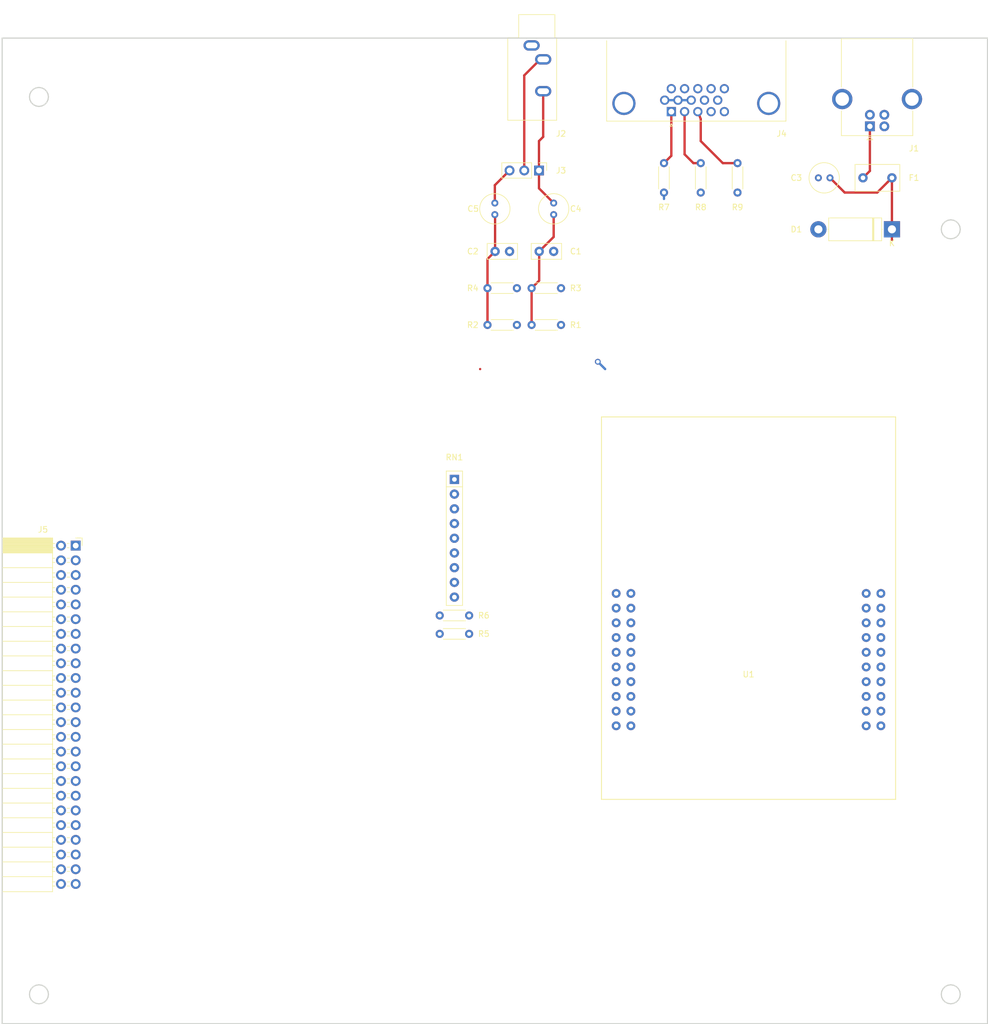
<source format=kicad_pcb>
(kicad_pcb (version 20171130) (host pcbnew 5.0.2+dfsg1-1)

  (general
    (thickness 1.6)
    (drawings 84)
    (tracks 44)
    (zones 0)
    (modules 23)
    (nets 61)
  )

  (page A3)
  (title_block
    (title "Monotron Tiva-C MCU Board")
    (date 2019-08-26)
    (rev 0.1.0)
    (company https://github.com/thejpster/monotron)
    (comment 1 "Copyright (c) Jonathan 'theJPster' Pallant 2019")
    (comment 2 "CC-BY-SA 4.0")
  )

  (layers
    (0 F.Cu signal)
    (31 B.Cu signal)
    (32 B.Adhes user)
    (33 F.Adhes user)
    (34 B.Paste user)
    (35 F.Paste user)
    (36 B.SilkS user)
    (37 F.SilkS user)
    (38 B.Mask user)
    (39 F.Mask user)
    (40 Dwgs.User user)
    (41 Cmts.User user)
    (42 Eco1.User user)
    (43 Eco2.User user)
    (44 Edge.Cuts user)
    (45 Margin user)
    (46 B.CrtYd user hide)
    (47 F.CrtYd user hide)
    (48 B.Fab user hide)
    (49 F.Fab user hide)
  )

  (setup
    (last_trace_width 0.4)
    (user_trace_width 0.4)
    (user_trace_width 0.6)
    (user_trace_width 0.7)
    (trace_clearance 0.2)
    (zone_clearance 0.4)
    (zone_45_only no)
    (trace_min 0.1524)
    (segment_width 0.2)
    (edge_width 0.15)
    (via_size 1)
    (via_drill 0.6)
    (via_min_size 0.4)
    (via_min_drill 0.3)
    (user_via 1 0.6)
    (uvia_size 0.3)
    (uvia_drill 0.1)
    (uvias_allowed no)
    (uvia_min_size 0.2)
    (uvia_min_drill 0.1)
    (pcb_text_width 0.3)
    (pcb_text_size 1.5 1.5)
    (mod_edge_width 0.15)
    (mod_text_size 1 1)
    (mod_text_width 0.15)
    (pad_size 1.524 1.524)
    (pad_drill 0.762)
    (pad_to_mask_clearance 0.051)
    (solder_mask_min_width 0.25)
    (aux_axis_origin 25.4 25.4)
    (grid_origin 25.4 25.4)
    (visible_elements FFFFFF7F)
    (pcbplotparams
      (layerselection 0x010fc_ffffffff)
      (usegerberextensions false)
      (usegerberattributes false)
      (usegerberadvancedattributes false)
      (creategerberjobfile false)
      (excludeedgelayer true)
      (linewidth 0.100000)
      (plotframeref false)
      (viasonmask false)
      (mode 1)
      (useauxorigin false)
      (hpglpennumber 1)
      (hpglpenspeed 20)
      (hpglpendiameter 15.000000)
      (psnegative false)
      (psa4output false)
      (plotreference true)
      (plotvalue true)
      (plotinvisibletext false)
      (padsonsilk false)
      (subtractmaskfromsilk false)
      (outputformat 1)
      (mirror false)
      (drillshape 0)
      (scaleselection 1)
      (outputdirectory "gerbers/"))
  )

  (net 0 "")
  (net 1 GND)
  (net 2 +5V)
  (net 3 /PB7_VGA_GRN)
  (net 4 /PD3_VGA_BLU)
  (net 5 +3V3)
  (net 6 /PE4_AUDIO_L)
  (net 7 /PF1_VGA_RED)
  (net 8 /I2C_SDA)
  (net 9 /I2C_SCL)
  (net 10 "Net-(C2-Pad1)")
  (net 11 "Net-(C1-Pad1)")
  (net 12 /PE5_AUDIO_R)
  (net 13 "Net-(RN1-Pad2)")
  (net 14 /SPI_CS3)
  (net 15 /SPI_CS2)
  (net 16 /SPI_CS1)
  (net 17 /SPI_CS0)
  (net 18 /SPI_CLK)
  (net 19 /SPI_MISO)
  (net 20 /SPI_MOSI)
  (net 21 /IRQ_C)
  (net 22 "Net-(U1-Pad2.5)")
  (net 23 /IRQ_D)
  (net 24 /UARTB_RX)
  (net 25 /UARTD_TX)
  (net 26 /UARTD_RX)
  (net 27 /UARTC_TX)
  (net 28 /UARTC_RX)
  (net 29 /UARTA_CTS)
  (net 30 /UARTA_RTS)
  (net 31 /GREEN_LED)
  (net 32 /BLUE_LED)
  (net 33 "Net-(U1-Pad3.4)")
  (net 34 /IRQ_B)
  (net 35 /IRQ_A)
  (net 36 /UARTB_TX)
  (net 37 "Net-(U1-Pad3.3)")
  (net 38 /PB4_VGA_HSYNC)
  (net 39 /UARTA_TX)
  (net 40 /UARTA_RX)
  (net 41 /PB5_VGA_VSYNC)
  (net 42 "Net-(F1-Pad2)")
  (net 43 "Net-(J1-Pad2)")
  (net 44 "Net-(J1-Pad3)")
  (net 45 "Net-(C5-Pad2)")
  (net 46 "Net-(J4-Pad4)")
  (net 47 "Net-(J4-Pad9)")
  (net 48 "Net-(J4-Pad10)")
  (net 49 "Net-(J4-Pad11)")
  (net 50 "Net-(J4-Pad12)")
  (net 51 "Net-(J4-Pad15)")
  (net 52 /BUTTON)
  (net 53 /GRN)
  (net 54 /RED)
  (net 55 /BLU)
  (net 56 "Net-(J5-Pad28)")
  (net 57 "Net-(J5-Pad32)")
  (net 58 "Net-(J5-Pad36)")
  (net 59 /AUD_L)
  (net 60 /AUD_R)

  (net_class Default "This is the default net class."
    (clearance 0.2)
    (trace_width 0.4)
    (via_dia 1)
    (via_drill 0.6)
    (uvia_dia 0.3)
    (uvia_drill 0.1)
    (add_net +3V3)
    (add_net +5V)
    (add_net /AUD_L)
    (add_net /AUD_R)
    (add_net /BLU)
    (add_net /BLUE_LED)
    (add_net /BUTTON)
    (add_net /GREEN_LED)
    (add_net /GRN)
    (add_net /I2C_SCL)
    (add_net /I2C_SDA)
    (add_net /IRQ_A)
    (add_net /IRQ_B)
    (add_net /IRQ_C)
    (add_net /IRQ_D)
    (add_net /PB4_VGA_HSYNC)
    (add_net /PB5_VGA_VSYNC)
    (add_net /PB7_VGA_GRN)
    (add_net /PD3_VGA_BLU)
    (add_net /PE4_AUDIO_L)
    (add_net /PE5_AUDIO_R)
    (add_net /PF1_VGA_RED)
    (add_net /RED)
    (add_net /SPI_CLK)
    (add_net /SPI_CS0)
    (add_net /SPI_CS1)
    (add_net /SPI_CS2)
    (add_net /SPI_CS3)
    (add_net /SPI_MISO)
    (add_net /SPI_MOSI)
    (add_net /UARTA_CTS)
    (add_net /UARTA_RTS)
    (add_net /UARTA_RX)
    (add_net /UARTA_TX)
    (add_net /UARTB_RX)
    (add_net /UARTB_TX)
    (add_net /UARTC_RX)
    (add_net /UARTC_TX)
    (add_net /UARTD_RX)
    (add_net /UARTD_TX)
    (add_net GND)
    (add_net "Net-(C1-Pad1)")
    (add_net "Net-(C2-Pad1)")
    (add_net "Net-(C5-Pad2)")
    (add_net "Net-(F1-Pad2)")
    (add_net "Net-(J1-Pad2)")
    (add_net "Net-(J1-Pad3)")
    (add_net "Net-(J4-Pad10)")
    (add_net "Net-(J4-Pad11)")
    (add_net "Net-(J4-Pad12)")
    (add_net "Net-(J4-Pad15)")
    (add_net "Net-(J4-Pad4)")
    (add_net "Net-(J4-Pad9)")
    (add_net "Net-(J5-Pad28)")
    (add_net "Net-(J5-Pad32)")
    (add_net "Net-(J5-Pad36)")
    (add_net "Net-(RN1-Pad2)")
    (add_net "Net-(U1-Pad2.5)")
    (add_net "Net-(U1-Pad3.3)")
    (add_net "Net-(U1-Pad3.4)")
  )

  (module Connector_PinSocket_2.54mm:PinSocket_2x24_P2.54mm_Horizontal (layer F.Cu) (tedit 5A19A42C) (tstamp 5D692587)
    (at 38.1 113.03)
    (descr "Through hole angled socket strip, 2x24, 2.54mm pitch, 8.51mm socket length, double cols (from Kicad 4.0.7), script generated")
    (tags "Through hole angled socket strip THT 2x24 2.54mm double row")
    (path /5D6B3A40)
    (fp_text reference J5 (at -5.65 -2.77) (layer F.SilkS)
      (effects (font (size 1 1) (thickness 0.15)))
    )
    (fp_text value Monotron_Bridge_MCU_Side (at -5.65 61.19) (layer F.Fab)
      (effects (font (size 1 1) (thickness 0.15)))
    )
    (fp_line (start -12.57 -1.27) (end -5.03 -1.27) (layer F.Fab) (width 0.1))
    (fp_line (start -5.03 -1.27) (end -4.06 -0.3) (layer F.Fab) (width 0.1))
    (fp_line (start -4.06 -0.3) (end -4.06 59.69) (layer F.Fab) (width 0.1))
    (fp_line (start -4.06 59.69) (end -12.57 59.69) (layer F.Fab) (width 0.1))
    (fp_line (start -12.57 59.69) (end -12.57 -1.27) (layer F.Fab) (width 0.1))
    (fp_line (start 0 -0.3) (end -4.06 -0.3) (layer F.Fab) (width 0.1))
    (fp_line (start -4.06 0.3) (end 0 0.3) (layer F.Fab) (width 0.1))
    (fp_line (start 0 0.3) (end 0 -0.3) (layer F.Fab) (width 0.1))
    (fp_line (start 0 2.24) (end -4.06 2.24) (layer F.Fab) (width 0.1))
    (fp_line (start -4.06 2.84) (end 0 2.84) (layer F.Fab) (width 0.1))
    (fp_line (start 0 2.84) (end 0 2.24) (layer F.Fab) (width 0.1))
    (fp_line (start 0 4.78) (end -4.06 4.78) (layer F.Fab) (width 0.1))
    (fp_line (start -4.06 5.38) (end 0 5.38) (layer F.Fab) (width 0.1))
    (fp_line (start 0 5.38) (end 0 4.78) (layer F.Fab) (width 0.1))
    (fp_line (start 0 7.32) (end -4.06 7.32) (layer F.Fab) (width 0.1))
    (fp_line (start -4.06 7.92) (end 0 7.92) (layer F.Fab) (width 0.1))
    (fp_line (start 0 7.92) (end 0 7.32) (layer F.Fab) (width 0.1))
    (fp_line (start 0 9.86) (end -4.06 9.86) (layer F.Fab) (width 0.1))
    (fp_line (start -4.06 10.46) (end 0 10.46) (layer F.Fab) (width 0.1))
    (fp_line (start 0 10.46) (end 0 9.86) (layer F.Fab) (width 0.1))
    (fp_line (start 0 12.4) (end -4.06 12.4) (layer F.Fab) (width 0.1))
    (fp_line (start -4.06 13) (end 0 13) (layer F.Fab) (width 0.1))
    (fp_line (start 0 13) (end 0 12.4) (layer F.Fab) (width 0.1))
    (fp_line (start 0 14.94) (end -4.06 14.94) (layer F.Fab) (width 0.1))
    (fp_line (start -4.06 15.54) (end 0 15.54) (layer F.Fab) (width 0.1))
    (fp_line (start 0 15.54) (end 0 14.94) (layer F.Fab) (width 0.1))
    (fp_line (start 0 17.48) (end -4.06 17.48) (layer F.Fab) (width 0.1))
    (fp_line (start -4.06 18.08) (end 0 18.08) (layer F.Fab) (width 0.1))
    (fp_line (start 0 18.08) (end 0 17.48) (layer F.Fab) (width 0.1))
    (fp_line (start 0 20.02) (end -4.06 20.02) (layer F.Fab) (width 0.1))
    (fp_line (start -4.06 20.62) (end 0 20.62) (layer F.Fab) (width 0.1))
    (fp_line (start 0 20.62) (end 0 20.02) (layer F.Fab) (width 0.1))
    (fp_line (start 0 22.56) (end -4.06 22.56) (layer F.Fab) (width 0.1))
    (fp_line (start -4.06 23.16) (end 0 23.16) (layer F.Fab) (width 0.1))
    (fp_line (start 0 23.16) (end 0 22.56) (layer F.Fab) (width 0.1))
    (fp_line (start 0 25.1) (end -4.06 25.1) (layer F.Fab) (width 0.1))
    (fp_line (start -4.06 25.7) (end 0 25.7) (layer F.Fab) (width 0.1))
    (fp_line (start 0 25.7) (end 0 25.1) (layer F.Fab) (width 0.1))
    (fp_line (start 0 27.64) (end -4.06 27.64) (layer F.Fab) (width 0.1))
    (fp_line (start -4.06 28.24) (end 0 28.24) (layer F.Fab) (width 0.1))
    (fp_line (start 0 28.24) (end 0 27.64) (layer F.Fab) (width 0.1))
    (fp_line (start 0 30.18) (end -4.06 30.18) (layer F.Fab) (width 0.1))
    (fp_line (start -4.06 30.78) (end 0 30.78) (layer F.Fab) (width 0.1))
    (fp_line (start 0 30.78) (end 0 30.18) (layer F.Fab) (width 0.1))
    (fp_line (start 0 32.72) (end -4.06 32.72) (layer F.Fab) (width 0.1))
    (fp_line (start -4.06 33.32) (end 0 33.32) (layer F.Fab) (width 0.1))
    (fp_line (start 0 33.32) (end 0 32.72) (layer F.Fab) (width 0.1))
    (fp_line (start 0 35.26) (end -4.06 35.26) (layer F.Fab) (width 0.1))
    (fp_line (start -4.06 35.86) (end 0 35.86) (layer F.Fab) (width 0.1))
    (fp_line (start 0 35.86) (end 0 35.26) (layer F.Fab) (width 0.1))
    (fp_line (start 0 37.8) (end -4.06 37.8) (layer F.Fab) (width 0.1))
    (fp_line (start -4.06 38.4) (end 0 38.4) (layer F.Fab) (width 0.1))
    (fp_line (start 0 38.4) (end 0 37.8) (layer F.Fab) (width 0.1))
    (fp_line (start 0 40.34) (end -4.06 40.34) (layer F.Fab) (width 0.1))
    (fp_line (start -4.06 40.94) (end 0 40.94) (layer F.Fab) (width 0.1))
    (fp_line (start 0 40.94) (end 0 40.34) (layer F.Fab) (width 0.1))
    (fp_line (start 0 42.88) (end -4.06 42.88) (layer F.Fab) (width 0.1))
    (fp_line (start -4.06 43.48) (end 0 43.48) (layer F.Fab) (width 0.1))
    (fp_line (start 0 43.48) (end 0 42.88) (layer F.Fab) (width 0.1))
    (fp_line (start 0 45.42) (end -4.06 45.42) (layer F.Fab) (width 0.1))
    (fp_line (start -4.06 46.02) (end 0 46.02) (layer F.Fab) (width 0.1))
    (fp_line (start 0 46.02) (end 0 45.42) (layer F.Fab) (width 0.1))
    (fp_line (start 0 47.96) (end -4.06 47.96) (layer F.Fab) (width 0.1))
    (fp_line (start -4.06 48.56) (end 0 48.56) (layer F.Fab) (width 0.1))
    (fp_line (start 0 48.56) (end 0 47.96) (layer F.Fab) (width 0.1))
    (fp_line (start 0 50.5) (end -4.06 50.5) (layer F.Fab) (width 0.1))
    (fp_line (start -4.06 51.1) (end 0 51.1) (layer F.Fab) (width 0.1))
    (fp_line (start 0 51.1) (end 0 50.5) (layer F.Fab) (width 0.1))
    (fp_line (start 0 53.04) (end -4.06 53.04) (layer F.Fab) (width 0.1))
    (fp_line (start -4.06 53.64) (end 0 53.64) (layer F.Fab) (width 0.1))
    (fp_line (start 0 53.64) (end 0 53.04) (layer F.Fab) (width 0.1))
    (fp_line (start 0 55.58) (end -4.06 55.58) (layer F.Fab) (width 0.1))
    (fp_line (start -4.06 56.18) (end 0 56.18) (layer F.Fab) (width 0.1))
    (fp_line (start 0 56.18) (end 0 55.58) (layer F.Fab) (width 0.1))
    (fp_line (start 0 58.12) (end -4.06 58.12) (layer F.Fab) (width 0.1))
    (fp_line (start -4.06 58.72) (end 0 58.72) (layer F.Fab) (width 0.1))
    (fp_line (start 0 58.72) (end 0 58.12) (layer F.Fab) (width 0.1))
    (fp_line (start -12.63 -1.21) (end -4 -1.21) (layer F.SilkS) (width 0.12))
    (fp_line (start -12.63 -1.091905) (end -4 -1.091905) (layer F.SilkS) (width 0.12))
    (fp_line (start -12.63 -0.97381) (end -4 -0.97381) (layer F.SilkS) (width 0.12))
    (fp_line (start -12.63 -0.855715) (end -4 -0.855715) (layer F.SilkS) (width 0.12))
    (fp_line (start -12.63 -0.73762) (end -4 -0.73762) (layer F.SilkS) (width 0.12))
    (fp_line (start -12.63 -0.619525) (end -4 -0.619525) (layer F.SilkS) (width 0.12))
    (fp_line (start -12.63 -0.50143) (end -4 -0.50143) (layer F.SilkS) (width 0.12))
    (fp_line (start -12.63 -0.383335) (end -4 -0.383335) (layer F.SilkS) (width 0.12))
    (fp_line (start -12.63 -0.26524) (end -4 -0.26524) (layer F.SilkS) (width 0.12))
    (fp_line (start -12.63 -0.147145) (end -4 -0.147145) (layer F.SilkS) (width 0.12))
    (fp_line (start -12.63 -0.02905) (end -4 -0.02905) (layer F.SilkS) (width 0.12))
    (fp_line (start -12.63 0.089045) (end -4 0.089045) (layer F.SilkS) (width 0.12))
    (fp_line (start -12.63 0.20714) (end -4 0.20714) (layer F.SilkS) (width 0.12))
    (fp_line (start -12.63 0.325235) (end -4 0.325235) (layer F.SilkS) (width 0.12))
    (fp_line (start -12.63 0.44333) (end -4 0.44333) (layer F.SilkS) (width 0.12))
    (fp_line (start -12.63 0.561425) (end -4 0.561425) (layer F.SilkS) (width 0.12))
    (fp_line (start -12.63 0.67952) (end -4 0.67952) (layer F.SilkS) (width 0.12))
    (fp_line (start -12.63 0.797615) (end -4 0.797615) (layer F.SilkS) (width 0.12))
    (fp_line (start -12.63 0.91571) (end -4 0.91571) (layer F.SilkS) (width 0.12))
    (fp_line (start -12.63 1.033805) (end -4 1.033805) (layer F.SilkS) (width 0.12))
    (fp_line (start -12.63 1.1519) (end -4 1.1519) (layer F.SilkS) (width 0.12))
    (fp_line (start -4 -0.36) (end -3.59 -0.36) (layer F.SilkS) (width 0.12))
    (fp_line (start -1.49 -0.36) (end -1.11 -0.36) (layer F.SilkS) (width 0.12))
    (fp_line (start -4 0.36) (end -3.59 0.36) (layer F.SilkS) (width 0.12))
    (fp_line (start -1.49 0.36) (end -1.11 0.36) (layer F.SilkS) (width 0.12))
    (fp_line (start -4 2.18) (end -3.59 2.18) (layer F.SilkS) (width 0.12))
    (fp_line (start -1.49 2.18) (end -1.05 2.18) (layer F.SilkS) (width 0.12))
    (fp_line (start -4 2.9) (end -3.59 2.9) (layer F.SilkS) (width 0.12))
    (fp_line (start -1.49 2.9) (end -1.05 2.9) (layer F.SilkS) (width 0.12))
    (fp_line (start -4 4.72) (end -3.59 4.72) (layer F.SilkS) (width 0.12))
    (fp_line (start -1.49 4.72) (end -1.05 4.72) (layer F.SilkS) (width 0.12))
    (fp_line (start -4 5.44) (end -3.59 5.44) (layer F.SilkS) (width 0.12))
    (fp_line (start -1.49 5.44) (end -1.05 5.44) (layer F.SilkS) (width 0.12))
    (fp_line (start -4 7.26) (end -3.59 7.26) (layer F.SilkS) (width 0.12))
    (fp_line (start -1.49 7.26) (end -1.05 7.26) (layer F.SilkS) (width 0.12))
    (fp_line (start -4 7.98) (end -3.59 7.98) (layer F.SilkS) (width 0.12))
    (fp_line (start -1.49 7.98) (end -1.05 7.98) (layer F.SilkS) (width 0.12))
    (fp_line (start -4 9.8) (end -3.59 9.8) (layer F.SilkS) (width 0.12))
    (fp_line (start -1.49 9.8) (end -1.05 9.8) (layer F.SilkS) (width 0.12))
    (fp_line (start -4 10.52) (end -3.59 10.52) (layer F.SilkS) (width 0.12))
    (fp_line (start -1.49 10.52) (end -1.05 10.52) (layer F.SilkS) (width 0.12))
    (fp_line (start -4 12.34) (end -3.59 12.34) (layer F.SilkS) (width 0.12))
    (fp_line (start -1.49 12.34) (end -1.05 12.34) (layer F.SilkS) (width 0.12))
    (fp_line (start -4 13.06) (end -3.59 13.06) (layer F.SilkS) (width 0.12))
    (fp_line (start -1.49 13.06) (end -1.05 13.06) (layer F.SilkS) (width 0.12))
    (fp_line (start -4 14.88) (end -3.59 14.88) (layer F.SilkS) (width 0.12))
    (fp_line (start -1.49 14.88) (end -1.05 14.88) (layer F.SilkS) (width 0.12))
    (fp_line (start -4 15.6) (end -3.59 15.6) (layer F.SilkS) (width 0.12))
    (fp_line (start -1.49 15.6) (end -1.05 15.6) (layer F.SilkS) (width 0.12))
    (fp_line (start -4 17.42) (end -3.59 17.42) (layer F.SilkS) (width 0.12))
    (fp_line (start -1.49 17.42) (end -1.05 17.42) (layer F.SilkS) (width 0.12))
    (fp_line (start -4 18.14) (end -3.59 18.14) (layer F.SilkS) (width 0.12))
    (fp_line (start -1.49 18.14) (end -1.05 18.14) (layer F.SilkS) (width 0.12))
    (fp_line (start -4 19.96) (end -3.59 19.96) (layer F.SilkS) (width 0.12))
    (fp_line (start -1.49 19.96) (end -1.05 19.96) (layer F.SilkS) (width 0.12))
    (fp_line (start -4 20.68) (end -3.59 20.68) (layer F.SilkS) (width 0.12))
    (fp_line (start -1.49 20.68) (end -1.05 20.68) (layer F.SilkS) (width 0.12))
    (fp_line (start -4 22.5) (end -3.59 22.5) (layer F.SilkS) (width 0.12))
    (fp_line (start -1.49 22.5) (end -1.05 22.5) (layer F.SilkS) (width 0.12))
    (fp_line (start -4 23.22) (end -3.59 23.22) (layer F.SilkS) (width 0.12))
    (fp_line (start -1.49 23.22) (end -1.05 23.22) (layer F.SilkS) (width 0.12))
    (fp_line (start -4 25.04) (end -3.59 25.04) (layer F.SilkS) (width 0.12))
    (fp_line (start -1.49 25.04) (end -1.05 25.04) (layer F.SilkS) (width 0.12))
    (fp_line (start -4 25.76) (end -3.59 25.76) (layer F.SilkS) (width 0.12))
    (fp_line (start -1.49 25.76) (end -1.05 25.76) (layer F.SilkS) (width 0.12))
    (fp_line (start -4 27.58) (end -3.59 27.58) (layer F.SilkS) (width 0.12))
    (fp_line (start -1.49 27.58) (end -1.05 27.58) (layer F.SilkS) (width 0.12))
    (fp_line (start -4 28.3) (end -3.59 28.3) (layer F.SilkS) (width 0.12))
    (fp_line (start -1.49 28.3) (end -1.05 28.3) (layer F.SilkS) (width 0.12))
    (fp_line (start -4 30.12) (end -3.59 30.12) (layer F.SilkS) (width 0.12))
    (fp_line (start -1.49 30.12) (end -1.05 30.12) (layer F.SilkS) (width 0.12))
    (fp_line (start -4 30.84) (end -3.59 30.84) (layer F.SilkS) (width 0.12))
    (fp_line (start -1.49 30.84) (end -1.05 30.84) (layer F.SilkS) (width 0.12))
    (fp_line (start -4 32.66) (end -3.59 32.66) (layer F.SilkS) (width 0.12))
    (fp_line (start -1.49 32.66) (end -1.05 32.66) (layer F.SilkS) (width 0.12))
    (fp_line (start -4 33.38) (end -3.59 33.38) (layer F.SilkS) (width 0.12))
    (fp_line (start -1.49 33.38) (end -1.05 33.38) (layer F.SilkS) (width 0.12))
    (fp_line (start -4 35.2) (end -3.59 35.2) (layer F.SilkS) (width 0.12))
    (fp_line (start -1.49 35.2) (end -1.05 35.2) (layer F.SilkS) (width 0.12))
    (fp_line (start -4 35.92) (end -3.59 35.92) (layer F.SilkS) (width 0.12))
    (fp_line (start -1.49 35.92) (end -1.05 35.92) (layer F.SilkS) (width 0.12))
    (fp_line (start -4 37.74) (end -3.59 37.74) (layer F.SilkS) (width 0.12))
    (fp_line (start -1.49 37.74) (end -1.05 37.74) (layer F.SilkS) (width 0.12))
    (fp_line (start -4 38.46) (end -3.59 38.46) (layer F.SilkS) (width 0.12))
    (fp_line (start -1.49 38.46) (end -1.05 38.46) (layer F.SilkS) (width 0.12))
    (fp_line (start -4 40.28) (end -3.59 40.28) (layer F.SilkS) (width 0.12))
    (fp_line (start -1.49 40.28) (end -1.05 40.28) (layer F.SilkS) (width 0.12))
    (fp_line (start -4 41) (end -3.59 41) (layer F.SilkS) (width 0.12))
    (fp_line (start -1.49 41) (end -1.05 41) (layer F.SilkS) (width 0.12))
    (fp_line (start -4 42.82) (end -3.59 42.82) (layer F.SilkS) (width 0.12))
    (fp_line (start -1.49 42.82) (end -1.05 42.82) (layer F.SilkS) (width 0.12))
    (fp_line (start -4 43.54) (end -3.59 43.54) (layer F.SilkS) (width 0.12))
    (fp_line (start -1.49 43.54) (end -1.05 43.54) (layer F.SilkS) (width 0.12))
    (fp_line (start -4 45.36) (end -3.59 45.36) (layer F.SilkS) (width 0.12))
    (fp_line (start -1.49 45.36) (end -1.05 45.36) (layer F.SilkS) (width 0.12))
    (fp_line (start -4 46.08) (end -3.59 46.08) (layer F.SilkS) (width 0.12))
    (fp_line (start -1.49 46.08) (end -1.05 46.08) (layer F.SilkS) (width 0.12))
    (fp_line (start -4 47.9) (end -3.59 47.9) (layer F.SilkS) (width 0.12))
    (fp_line (start -1.49 47.9) (end -1.05 47.9) (layer F.SilkS) (width 0.12))
    (fp_line (start -4 48.62) (end -3.59 48.62) (layer F.SilkS) (width 0.12))
    (fp_line (start -1.49 48.62) (end -1.05 48.62) (layer F.SilkS) (width 0.12))
    (fp_line (start -4 50.44) (end -3.59 50.44) (layer F.SilkS) (width 0.12))
    (fp_line (start -1.49 50.44) (end -1.05 50.44) (layer F.SilkS) (width 0.12))
    (fp_line (start -4 51.16) (end -3.59 51.16) (layer F.SilkS) (width 0.12))
    (fp_line (start -1.49 51.16) (end -1.05 51.16) (layer F.SilkS) (width 0.12))
    (fp_line (start -4 52.98) (end -3.59 52.98) (layer F.SilkS) (width 0.12))
    (fp_line (start -1.49 52.98) (end -1.05 52.98) (layer F.SilkS) (width 0.12))
    (fp_line (start -4 53.7) (end -3.59 53.7) (layer F.SilkS) (width 0.12))
    (fp_line (start -1.49 53.7) (end -1.05 53.7) (layer F.SilkS) (width 0.12))
    (fp_line (start -4 55.52) (end -3.59 55.52) (layer F.SilkS) (width 0.12))
    (fp_line (start -1.49 55.52) (end -1.05 55.52) (layer F.SilkS) (width 0.12))
    (fp_line (start -4 56.24) (end -3.59 56.24) (layer F.SilkS) (width 0.12))
    (fp_line (start -1.49 56.24) (end -1.05 56.24) (layer F.SilkS) (width 0.12))
    (fp_line (start -4 58.06) (end -3.59 58.06) (layer F.SilkS) (width 0.12))
    (fp_line (start -1.49 58.06) (end -1.05 58.06) (layer F.SilkS) (width 0.12))
    (fp_line (start -4 58.78) (end -3.59 58.78) (layer F.SilkS) (width 0.12))
    (fp_line (start -1.49 58.78) (end -1.05 58.78) (layer F.SilkS) (width 0.12))
    (fp_line (start -12.63 1.27) (end -4 1.27) (layer F.SilkS) (width 0.12))
    (fp_line (start -12.63 3.81) (end -4 3.81) (layer F.SilkS) (width 0.12))
    (fp_line (start -12.63 6.35) (end -4 6.35) (layer F.SilkS) (width 0.12))
    (fp_line (start -12.63 8.89) (end -4 8.89) (layer F.SilkS) (width 0.12))
    (fp_line (start -12.63 11.43) (end -4 11.43) (layer F.SilkS) (width 0.12))
    (fp_line (start -12.63 13.97) (end -4 13.97) (layer F.SilkS) (width 0.12))
    (fp_line (start -12.63 16.51) (end -4 16.51) (layer F.SilkS) (width 0.12))
    (fp_line (start -12.63 19.05) (end -4 19.05) (layer F.SilkS) (width 0.12))
    (fp_line (start -12.63 21.59) (end -4 21.59) (layer F.SilkS) (width 0.12))
    (fp_line (start -12.63 24.13) (end -4 24.13) (layer F.SilkS) (width 0.12))
    (fp_line (start -12.63 26.67) (end -4 26.67) (layer F.SilkS) (width 0.12))
    (fp_line (start -12.63 29.21) (end -4 29.21) (layer F.SilkS) (width 0.12))
    (fp_line (start -12.63 31.75) (end -4 31.75) (layer F.SilkS) (width 0.12))
    (fp_line (start -12.63 34.29) (end -4 34.29) (layer F.SilkS) (width 0.12))
    (fp_line (start -12.63 36.83) (end -4 36.83) (layer F.SilkS) (width 0.12))
    (fp_line (start -12.63 39.37) (end -4 39.37) (layer F.SilkS) (width 0.12))
    (fp_line (start -12.63 41.91) (end -4 41.91) (layer F.SilkS) (width 0.12))
    (fp_line (start -12.63 44.45) (end -4 44.45) (layer F.SilkS) (width 0.12))
    (fp_line (start -12.63 46.99) (end -4 46.99) (layer F.SilkS) (width 0.12))
    (fp_line (start -12.63 49.53) (end -4 49.53) (layer F.SilkS) (width 0.12))
    (fp_line (start -12.63 52.07) (end -4 52.07) (layer F.SilkS) (width 0.12))
    (fp_line (start -12.63 54.61) (end -4 54.61) (layer F.SilkS) (width 0.12))
    (fp_line (start -12.63 57.15) (end -4 57.15) (layer F.SilkS) (width 0.12))
    (fp_line (start -12.63 -1.33) (end -4 -1.33) (layer F.SilkS) (width 0.12))
    (fp_line (start -4 -1.33) (end -4 59.75) (layer F.SilkS) (width 0.12))
    (fp_line (start -12.63 59.75) (end -4 59.75) (layer F.SilkS) (width 0.12))
    (fp_line (start -12.63 -1.33) (end -12.63 59.75) (layer F.SilkS) (width 0.12))
    (fp_line (start 1.11 -1.33) (end 1.11 0) (layer F.SilkS) (width 0.12))
    (fp_line (start 0 -1.33) (end 1.11 -1.33) (layer F.SilkS) (width 0.12))
    (fp_line (start 1.8 -1.75) (end -13.05 -1.75) (layer F.CrtYd) (width 0.05))
    (fp_line (start -13.05 -1.75) (end -13.05 60.25) (layer F.CrtYd) (width 0.05))
    (fp_line (start -13.05 60.25) (end 1.8 60.25) (layer F.CrtYd) (width 0.05))
    (fp_line (start 1.8 60.25) (end 1.8 -1.75) (layer F.CrtYd) (width 0.05))
    (fp_text user %R (at -8.315 29.21 90) (layer F.Fab)
      (effects (font (size 1 1) (thickness 0.15)))
    )
    (pad 1 thru_hole rect (at 0 0) (size 1.7 1.7) (drill 1) (layers *.Cu *.Mask)
      (net 2 +5V))
    (pad 2 thru_hole oval (at -2.54 0) (size 1.7 1.7) (drill 1) (layers *.Cu *.Mask)
      (net 1 GND))
    (pad 3 thru_hole oval (at 0 2.54) (size 1.7 1.7) (drill 1) (layers *.Cu *.Mask)
      (net 2 +5V))
    (pad 4 thru_hole oval (at -2.54 2.54) (size 1.7 1.7) (drill 1) (layers *.Cu *.Mask)
      (net 1 GND))
    (pad 5 thru_hole oval (at 0 5.08) (size 1.7 1.7) (drill 1) (layers *.Cu *.Mask)
      (net 5 +3V3))
    (pad 6 thru_hole oval (at -2.54 5.08) (size 1.7 1.7) (drill 1) (layers *.Cu *.Mask)
      (net 1 GND))
    (pad 7 thru_hole oval (at 0 7.62) (size 1.7 1.7) (drill 1) (layers *.Cu *.Mask)
      (net 8 /I2C_SDA))
    (pad 8 thru_hole oval (at -2.54 7.62) (size 1.7 1.7) (drill 1) (layers *.Cu *.Mask)
      (net 9 /I2C_SCL))
    (pad 9 thru_hole oval (at 0 10.16) (size 1.7 1.7) (drill 1) (layers *.Cu *.Mask)
      (net 35 /IRQ_A))
    (pad 10 thru_hole oval (at -2.54 10.16) (size 1.7 1.7) (drill 1) (layers *.Cu *.Mask)
      (net 34 /IRQ_B))
    (pad 11 thru_hole oval (at 0 12.7) (size 1.7 1.7) (drill 1) (layers *.Cu *.Mask)
      (net 21 /IRQ_C))
    (pad 12 thru_hole oval (at -2.54 12.7) (size 1.7 1.7) (drill 1) (layers *.Cu *.Mask)
      (net 23 /IRQ_D))
    (pad 13 thru_hole oval (at 0 15.24) (size 1.7 1.7) (drill 1) (layers *.Cu *.Mask)
      (net 20 /SPI_MOSI))
    (pad 14 thru_hole oval (at -2.54 15.24) (size 1.7 1.7) (drill 1) (layers *.Cu *.Mask)
      (net 19 /SPI_MISO))
    (pad 15 thru_hole oval (at 0 17.78) (size 1.7 1.7) (drill 1) (layers *.Cu *.Mask)
      (net 18 /SPI_CLK))
    (pad 16 thru_hole oval (at -2.54 17.78) (size 1.7 1.7) (drill 1) (layers *.Cu *.Mask)
      (net 1 GND))
    (pad 17 thru_hole oval (at 0 20.32) (size 1.7 1.7) (drill 1) (layers *.Cu *.Mask)
      (net 17 /SPI_CS0))
    (pad 18 thru_hole oval (at -2.54 20.32) (size 1.7 1.7) (drill 1) (layers *.Cu *.Mask)
      (net 16 /SPI_CS1))
    (pad 19 thru_hole oval (at 0 22.86) (size 1.7 1.7) (drill 1) (layers *.Cu *.Mask)
      (net 15 /SPI_CS2))
    (pad 20 thru_hole oval (at -2.54 22.86) (size 1.7 1.7) (drill 1) (layers *.Cu *.Mask)
      (net 14 /SPI_CS3))
    (pad 21 thru_hole oval (at 0 25.4) (size 1.7 1.7) (drill 1) (layers *.Cu *.Mask)
      (net 40 /UARTA_RX))
    (pad 22 thru_hole oval (at -2.54 25.4) (size 1.7 1.7) (drill 1) (layers *.Cu *.Mask)
      (net 39 /UARTA_TX))
    (pad 23 thru_hole oval (at 0 27.94) (size 1.7 1.7) (drill 1) (layers *.Cu *.Mask)
      (net 29 /UARTA_CTS))
    (pad 24 thru_hole oval (at -2.54 27.94) (size 1.7 1.7) (drill 1) (layers *.Cu *.Mask)
      (net 30 /UARTA_RTS))
    (pad 25 thru_hole oval (at 0 30.48) (size 1.7 1.7) (drill 1) (layers *.Cu *.Mask)
      (net 24 /UARTB_RX))
    (pad 26 thru_hole oval (at -2.54 30.48) (size 1.7 1.7) (drill 1) (layers *.Cu *.Mask)
      (net 36 /UARTB_TX))
    (pad 27 thru_hole oval (at 0 33.02) (size 1.7 1.7) (drill 1) (layers *.Cu *.Mask)
      (net 1 GND))
    (pad 28 thru_hole oval (at -2.54 33.02) (size 1.7 1.7) (drill 1) (layers *.Cu *.Mask)
      (net 56 "Net-(J5-Pad28)"))
    (pad 29 thru_hole oval (at 0 35.56) (size 1.7 1.7) (drill 1) (layers *.Cu *.Mask)
      (net 28 /UARTC_RX))
    (pad 30 thru_hole oval (at -2.54 35.56) (size 1.7 1.7) (drill 1) (layers *.Cu *.Mask)
      (net 27 /UARTC_TX))
    (pad 31 thru_hole oval (at 0 38.1) (size 1.7 1.7) (drill 1) (layers *.Cu *.Mask)
      (net 1 GND))
    (pad 32 thru_hole oval (at -2.54 38.1) (size 1.7 1.7) (drill 1) (layers *.Cu *.Mask)
      (net 57 "Net-(J5-Pad32)"))
    (pad 33 thru_hole oval (at 0 40.64) (size 1.7 1.7) (drill 1) (layers *.Cu *.Mask)
      (net 26 /UARTD_RX))
    (pad 34 thru_hole oval (at -2.54 40.64) (size 1.7 1.7) (drill 1) (layers *.Cu *.Mask)
      (net 25 /UARTD_TX))
    (pad 35 thru_hole oval (at 0 43.18) (size 1.7 1.7) (drill 1) (layers *.Cu *.Mask)
      (net 1 GND))
    (pad 36 thru_hole oval (at -2.54 43.18) (size 1.7 1.7) (drill 1) (layers *.Cu *.Mask)
      (net 58 "Net-(J5-Pad36)"))
    (pad 37 thru_hole oval (at 0 45.72) (size 1.7 1.7) (drill 1) (layers *.Cu *.Mask)
      (net 54 /RED))
    (pad 38 thru_hole oval (at -2.54 45.72) (size 1.7 1.7) (drill 1) (layers *.Cu *.Mask)
      (net 1 GND))
    (pad 39 thru_hole oval (at 0 48.26) (size 1.7 1.7) (drill 1) (layers *.Cu *.Mask)
      (net 1 GND))
    (pad 40 thru_hole oval (at -2.54 48.26) (size 1.7 1.7) (drill 1) (layers *.Cu *.Mask)
      (net 1 GND))
    (pad 41 thru_hole oval (at 0 50.8) (size 1.7 1.7) (drill 1) (layers *.Cu *.Mask)
      (net 53 /GRN))
    (pad 42 thru_hole oval (at -2.54 50.8) (size 1.7 1.7) (drill 1) (layers *.Cu *.Mask))
    (pad 43 thru_hole oval (at 0 53.34) (size 1.7 1.7) (drill 1) (layers *.Cu *.Mask)
      (net 38 /PB4_VGA_HSYNC))
    (pad 44 thru_hole oval (at -2.54 53.34) (size 1.7 1.7) (drill 1) (layers *.Cu *.Mask)
      (net 41 /PB5_VGA_VSYNC))
    (pad 45 thru_hole oval (at 0 55.88) (size 1.7 1.7) (drill 1) (layers *.Cu *.Mask)
      (net 59 /AUD_L))
    (pad 46 thru_hole oval (at -2.54 55.88) (size 1.7 1.7) (drill 1) (layers *.Cu *.Mask)
      (net 1 GND))
    (pad 47 thru_hole oval (at 0 58.42) (size 1.7 1.7) (drill 1) (layers *.Cu *.Mask)
      (net 60 /AUD_R))
    (pad 48 thru_hole oval (at -2.54 58.42) (size 1.7 1.7) (drill 1) (layers *.Cu *.Mask)
      (net 1 GND))
    (model ${KISYS3DMOD}/Connector_PinSocket_2.54mm.3dshapes/PinSocket_2x24_P2.54mm_Horizontal.wrl
      (at (xyz 0 0 0))
      (scale (xyz 1 1 1))
      (rotate (xyz 0 0 0))
    )
  )

  (module Capacitor_THT:C_Disc_D5.0mm_W2.5mm_P2.50mm (layer F.Cu) (tedit 5AE50EF0) (tstamp 5D64CB1C)
    (at 110.53 62.23)
    (descr "C, Disc series, Radial, pin pitch=2.50mm, , diameter*width=5*2.5mm^2, Capacitor, http://cdn-reichelt.de/documents/datenblatt/B300/DS_KERKO_TC.pdf")
    (tags "C Disc series Radial pin pitch 2.50mm  diameter 5mm width 2.5mm Capacitor")
    (path /5C4474E7)
    (fp_text reference C2 (at -3.85 0) (layer F.SilkS)
      (effects (font (size 1 1) (thickness 0.15)))
    )
    (fp_text value 33n (at 1.25 2.5) (layer F.Fab)
      (effects (font (size 1 1) (thickness 0.15)))
    )
    (fp_text user %R (at 1.25 0) (layer F.Fab)
      (effects (font (size 1 1) (thickness 0.15)))
    )
    (fp_line (start 4 -1.5) (end -1.5 -1.5) (layer F.CrtYd) (width 0.05))
    (fp_line (start 4 1.5) (end 4 -1.5) (layer F.CrtYd) (width 0.05))
    (fp_line (start -1.5 1.5) (end 4 1.5) (layer F.CrtYd) (width 0.05))
    (fp_line (start -1.5 -1.5) (end -1.5 1.5) (layer F.CrtYd) (width 0.05))
    (fp_line (start 3.87 -1.37) (end 3.87 1.37) (layer F.SilkS) (width 0.12))
    (fp_line (start -1.37 -1.37) (end -1.37 1.37) (layer F.SilkS) (width 0.12))
    (fp_line (start -1.37 1.37) (end 3.87 1.37) (layer F.SilkS) (width 0.12))
    (fp_line (start -1.37 -1.37) (end 3.87 -1.37) (layer F.SilkS) (width 0.12))
    (fp_line (start 3.75 -1.25) (end -1.25 -1.25) (layer F.Fab) (width 0.1))
    (fp_line (start 3.75 1.25) (end 3.75 -1.25) (layer F.Fab) (width 0.1))
    (fp_line (start -1.25 1.25) (end 3.75 1.25) (layer F.Fab) (width 0.1))
    (fp_line (start -1.25 -1.25) (end -1.25 1.25) (layer F.Fab) (width 0.1))
    (pad 2 thru_hole circle (at 2.5 0) (size 1.6 1.6) (drill 0.8) (layers *.Cu *.Mask)
      (net 1 GND))
    (pad 1 thru_hole circle (at 0 0) (size 1.6 1.6) (drill 0.8) (layers *.Cu *.Mask)
      (net 10 "Net-(C2-Pad1)"))
    (model ${KISYS3DMOD}/Capacitor_THT.3dshapes/C_Disc_D5.0mm_W2.5mm_P2.50mm.wrl
      (at (xyz 0 0 0))
      (scale (xyz 1 1 1))
      (rotate (xyz 0 0 0))
    )
  )

  (module Capacitor_THT:C_Disc_D5.0mm_W2.5mm_P2.50mm (layer F.Cu) (tedit 5AE50EF0) (tstamp 5D64CB09)
    (at 118.15 62.23)
    (descr "C, Disc series, Radial, pin pitch=2.50mm, , diameter*width=5*2.5mm^2, Capacitor, http://cdn-reichelt.de/documents/datenblatt/B300/DS_KERKO_TC.pdf")
    (tags "C Disc series Radial pin pitch 2.50mm  diameter 5mm width 2.5mm Capacitor")
    (path /5C44747B)
    (fp_text reference C1 (at 6.31 0) (layer F.SilkS)
      (effects (font (size 1 1) (thickness 0.15)))
    )
    (fp_text value 33n (at 1.25 2.5) (layer F.Fab)
      (effects (font (size 1 1) (thickness 0.15)))
    )
    (fp_line (start -1.25 -1.25) (end -1.25 1.25) (layer F.Fab) (width 0.1))
    (fp_line (start -1.25 1.25) (end 3.75 1.25) (layer F.Fab) (width 0.1))
    (fp_line (start 3.75 1.25) (end 3.75 -1.25) (layer F.Fab) (width 0.1))
    (fp_line (start 3.75 -1.25) (end -1.25 -1.25) (layer F.Fab) (width 0.1))
    (fp_line (start -1.37 -1.37) (end 3.87 -1.37) (layer F.SilkS) (width 0.12))
    (fp_line (start -1.37 1.37) (end 3.87 1.37) (layer F.SilkS) (width 0.12))
    (fp_line (start -1.37 -1.37) (end -1.37 1.37) (layer F.SilkS) (width 0.12))
    (fp_line (start 3.87 -1.37) (end 3.87 1.37) (layer F.SilkS) (width 0.12))
    (fp_line (start -1.5 -1.5) (end -1.5 1.5) (layer F.CrtYd) (width 0.05))
    (fp_line (start -1.5 1.5) (end 4 1.5) (layer F.CrtYd) (width 0.05))
    (fp_line (start 4 1.5) (end 4 -1.5) (layer F.CrtYd) (width 0.05))
    (fp_line (start 4 -1.5) (end -1.5 -1.5) (layer F.CrtYd) (width 0.05))
    (fp_text user %R (at 1.25 0) (layer F.Fab)
      (effects (font (size 1 1) (thickness 0.15)))
    )
    (pad 1 thru_hole circle (at 0 0) (size 1.6 1.6) (drill 0.8) (layers *.Cu *.Mask)
      (net 11 "Net-(C1-Pad1)"))
    (pad 2 thru_hole circle (at 2.5 0) (size 1.6 1.6) (drill 0.8) (layers *.Cu *.Mask)
      (net 1 GND))
    (model ${KISYS3DMOD}/Capacitor_THT.3dshapes/C_Disc_D5.0mm_W2.5mm_P2.50mm.wrl
      (at (xyz 0 0 0))
      (scale (xyz 1 1 1))
      (rotate (xyz 0 0 0))
    )
  )

  (module Capacitor_THT:C_Disc_D7.5mm_W4.4mm_P5.00mm (layer F.Cu) (tedit 5AE50EF0) (tstamp 5D64CAF6)
    (at 179.07 49.53 180)
    (descr "C, Disc series, Radial, pin pitch=5.00mm, , diameter*width=7.5*4.4mm^2, Capacitor")
    (tags "C Disc series Radial pin pitch 5.00mm  diameter 7.5mm width 4.4mm Capacitor")
    (path /5C9966CB)
    (fp_text reference F1 (at -3.81 0 180) (layer F.SilkS)
      (effects (font (size 1 1) (thickness 0.15)))
    )
    (fp_text value Polyfuse (at 2.54 -3.81 180) (layer F.Fab)
      (effects (font (size 1 1) (thickness 0.15)))
    )
    (fp_line (start -1.25 -2.2) (end -1.25 2.2) (layer F.Fab) (width 0.1))
    (fp_line (start -1.25 2.2) (end 6.25 2.2) (layer F.Fab) (width 0.1))
    (fp_line (start 6.25 2.2) (end 6.25 -2.2) (layer F.Fab) (width 0.1))
    (fp_line (start 6.25 -2.2) (end -1.25 -2.2) (layer F.Fab) (width 0.1))
    (fp_line (start -1.37 -2.321) (end 6.37 -2.321) (layer F.SilkS) (width 0.12))
    (fp_line (start -1.37 2.321) (end 6.37 2.321) (layer F.SilkS) (width 0.12))
    (fp_line (start -1.37 -2.321) (end -1.37 2.321) (layer F.SilkS) (width 0.12))
    (fp_line (start 6.37 -2.321) (end 6.37 2.321) (layer F.SilkS) (width 0.12))
    (fp_line (start -1.5 -2.45) (end -1.5 2.45) (layer F.CrtYd) (width 0.05))
    (fp_line (start -1.5 2.45) (end 6.5 2.45) (layer F.CrtYd) (width 0.05))
    (fp_line (start 6.5 2.45) (end 6.5 -2.45) (layer F.CrtYd) (width 0.05))
    (fp_line (start 6.5 -2.45) (end -1.5 -2.45) (layer F.CrtYd) (width 0.05))
    (fp_text user %R (at 2.5 0 180) (layer F.Fab)
      (effects (font (size 1 1) (thickness 0.15)))
    )
    (pad 1 thru_hole circle (at 0 0 180) (size 1.6 1.6) (drill 0.8) (layers *.Cu *.Mask)
      (net 2 +5V))
    (pad 2 thru_hole circle (at 5 0 180) (size 1.6 1.6) (drill 0.8) (layers *.Cu *.Mask)
      (net 42 "Net-(F1-Pad2)"))
    (model ${KISYS3DMOD}/Capacitor_THT.3dshapes/C_Disc_D7.5mm_W4.4mm_P5.00mm.wrl
      (at (xyz 0 0 0))
      (scale (xyz 1 1 1))
      (rotate (xyz 0 0 0))
    )
  )

  (module Capacitor_THT:C_Radial_D5.0mm_H5.0mm_P2.00mm (layer F.Cu) (tedit 5BC5C9B9) (tstamp 5D64E83F)
    (at 168.37 49.53 180)
    (descr "C, Radial series, Radial, pin pitch=2.00mm, diameter=5mm, height=5mm, Non-Polar Electrolytic Capacitor")
    (tags "C Radial series Radial pin pitch 2.00mm diameter 5mm height 5mm Non-Polar Electrolytic Capacitor")
    (path /5C2E6794)
    (fp_text reference C3 (at 5.81 0 180) (layer F.SilkS)
      (effects (font (size 1 1) (thickness 0.15)))
    )
    (fp_text value 47u (at 1 3.75 180) (layer F.Fab)
      (effects (font (size 1 1) (thickness 0.15)))
    )
    (fp_circle (center 1 0) (end 3.5 0) (layer F.Fab) (width 0.1))
    (fp_circle (center 1 0) (end 3.62 0) (layer F.SilkS) (width 0.12))
    (fp_circle (center 1 0) (end 3.75 0) (layer F.CrtYd) (width 0.05))
    (fp_text user %R (at 1 0 180) (layer F.Fab)
      (effects (font (size 1 1) (thickness 0.15)))
    )
    (pad 1 thru_hole circle (at 0 0 180) (size 1.2 1.2) (drill 0.6) (layers *.Cu *.Mask)
      (net 2 +5V))
    (pad 2 thru_hole circle (at 2 0 180) (size 1.2 1.2) (drill 0.6) (layers *.Cu *.Mask)
      (net 1 GND))
    (model ${KISYS3DMOD}/Capacitor_THT.3dshapes/C_Radial_D5.0mm_H5.0mm_P2.00mm.wrl
      (at (xyz 0 0 0))
      (scale (xyz 1 1 1))
      (rotate (xyz 0 0 0))
    )
    (model ${KISYS3DMOD}/Capacitor_THT.3dshapes/CP_Radial_D5.0mm_P2.00mm.wrl
      (at (xyz 0 0 0))
      (scale (xyz 1 1 1))
      (rotate (xyz 0 0 0))
    )
  )

  (module Capacitor_THT:C_Radial_D5.0mm_H5.0mm_P2.00mm (layer F.Cu) (tedit 5BC5C9B9) (tstamp 5D64E80E)
    (at 120.65 55.88 90)
    (descr "C, Radial series, Radial, pin pitch=2.00mm, diameter=5mm, height=5mm, Non-Polar Electrolytic Capacitor")
    (tags "C Radial series Radial pin pitch 2.00mm diameter 5mm height 5mm Non-Polar Electrolytic Capacitor")
    (path /5C4475C9)
    (fp_text reference C4 (at 1 3.81 180) (layer F.SilkS)
      (effects (font (size 1 1) (thickness 0.15)))
    )
    (fp_text value 10u (at -2.54 0 180) (layer F.Fab)
      (effects (font (size 1 1) (thickness 0.15)))
    )
    (fp_text user %R (at 1 0 90) (layer F.Fab)
      (effects (font (size 1 1) (thickness 0.15)))
    )
    (fp_circle (center 1 0) (end 3.75 0) (layer F.CrtYd) (width 0.05))
    (fp_circle (center 1 0) (end 3.62 0) (layer F.SilkS) (width 0.12))
    (fp_circle (center 1 0) (end 3.5 0) (layer F.Fab) (width 0.1))
    (pad 2 thru_hole circle (at 2 0 90) (size 1.2 1.2) (drill 0.6) (layers *.Cu *.Mask)
      (net 59 /AUD_L))
    (pad 1 thru_hole circle (at 0 0 90) (size 1.2 1.2) (drill 0.6) (layers *.Cu *.Mask)
      (net 11 "Net-(C1-Pad1)"))
    (model ${KISYS3DMOD}/Capacitor_THT.3dshapes/C_Radial_D5.0mm_H5.0mm_P2.00mm.wrl
      (at (xyz 0 0 0))
      (scale (xyz 1 1 1))
      (rotate (xyz 0 0 0))
    )
    (model ${KISYS3DMOD}/Capacitor_THT.3dshapes/CP_Radial_D5.0mm_P2.00mm.wrl
      (at (xyz 0 0 0))
      (scale (xyz 1 1 1))
      (rotate (xyz 0 0 0))
    )
  )

  (module Capacitor_THT:C_Radial_D5.0mm_H5.0mm_P2.00mm (layer F.Cu) (tedit 5BC5C9B9) (tstamp 5D64CACF)
    (at 110.49 55.88 90)
    (descr "C, Radial series, Radial, pin pitch=2.00mm, diameter=5mm, height=5mm, Non-Polar Electrolytic Capacitor")
    (tags "C Radial series Radial pin pitch 2.00mm diameter 5mm height 5mm Non-Polar Electrolytic Capacitor")
    (path /5C447545)
    (fp_text reference C5 (at 1 -3.75 180) (layer F.SilkS)
      (effects (font (size 1 1) (thickness 0.15)))
    )
    (fp_text value 10u (at -2.54 0 180) (layer F.Fab)
      (effects (font (size 1 1) (thickness 0.15)))
    )
    (fp_circle (center 1 0) (end 3.5 0) (layer F.Fab) (width 0.1))
    (fp_circle (center 1 0) (end 3.62 0) (layer F.SilkS) (width 0.12))
    (fp_circle (center 1 0) (end 3.75 0) (layer F.CrtYd) (width 0.05))
    (fp_text user %R (at 1 0 90) (layer F.Fab)
      (effects (font (size 1 1) (thickness 0.15)))
    )
    (pad 1 thru_hole circle (at 0 0 90) (size 1.2 1.2) (drill 0.6) (layers *.Cu *.Mask)
      (net 10 "Net-(C2-Pad1)"))
    (pad 2 thru_hole circle (at 2 0 90) (size 1.2 1.2) (drill 0.6) (layers *.Cu *.Mask)
      (net 45 "Net-(C5-Pad2)"))
    (model ${KISYS3DMOD}/Capacitor_THT.3dshapes/C_Radial_D5.0mm_H5.0mm_P2.00mm.wrl
      (at (xyz 0 0 0))
      (scale (xyz 1 1 1))
      (rotate (xyz 0 0 0))
    )
    (model ${KISYS3DMOD}/Capacitor_THT.3dshapes/CP_Radial_D5.0mm_P2.00mm.wrl
      (at (xyz 0 0 0))
      (scale (xyz 1 1 1))
      (rotate (xyz 0 0 0))
    )
  )

  (module Connector_Audio:Jack_3.5mm_CUI_SJ1-3533NG_Horizontal (layer F.Cu) (tedit 5BAD3514) (tstamp 5D64DFD2)
    (at 116.84 26.67)
    (descr "TRS 3.5mm, horizontal, through-hole, https://www.cui.com/product/resource/sj1-353xng.pdf")
    (tags "TRS audio jack stereo horizontal")
    (path /5C4471BC)
    (fp_text reference J2 (at 5.08 15.24) (layer F.SilkS)
      (effects (font (size 1 1) (thickness 0.15)))
    )
    (fp_text value "3.5mm TRS Jack" (at 0.1 -7.62) (layer F.Fab)
      (effects (font (size 1 1) (thickness 0.15)))
    )
    (fp_line (start -2.1 -5.2) (end 3.9 -5.2) (layer F.Fab) (width 0.1))
    (fp_line (start 3.9 -5.2) (end 3.9 -1.2) (layer F.Fab) (width 0.1))
    (fp_line (start 3.9 -1.2) (end 4.2 -1.2) (layer F.Fab) (width 0.1))
    (fp_line (start 4.2 -1.2) (end 4.2 12.8) (layer F.Fab) (width 0.1))
    (fp_line (start 4.2 12.8) (end -4 12.8) (layer F.Fab) (width 0.1))
    (fp_line (start -4 12.8) (end -4 -1.2) (layer F.Fab) (width 0.1))
    (fp_line (start -4 -1.2) (end -2.1 -1.2) (layer F.Fab) (width 0.1))
    (fp_line (start -2.1 -1.2) (end -2.1 -5.2) (layer F.Fab) (width 0.1))
    (fp_line (start -2.22 -5.32) (end 4.02 -5.32) (layer F.SilkS) (width 0.12))
    (fp_line (start 4.02 -5.32) (end 4.02 -1.32) (layer F.SilkS) (width 0.12))
    (fp_line (start 4.02 -1.32) (end 4.32 -1.32) (layer F.SilkS) (width 0.12))
    (fp_line (start 4.32 -1.32) (end 4.32 12.92) (layer F.SilkS) (width 0.12))
    (fp_line (start 4.32 12.92) (end -4.12 12.92) (layer F.SilkS) (width 0.12))
    (fp_line (start -4.12 12.92) (end -4.12 -1.32) (layer F.SilkS) (width 0.12))
    (fp_line (start -4.12 -1.32) (end -2.22 -1.32) (layer F.SilkS) (width 0.12))
    (fp_line (start -2.22 -1.32) (end -2.22 -5.32) (layer F.SilkS) (width 0.12))
    (fp_line (start -4.5 -5.7) (end -4.5 13.3) (layer F.CrtYd) (width 0.05))
    (fp_line (start -4.5 13.3) (end 4.7 13.3) (layer F.CrtYd) (width 0.05))
    (fp_line (start 4.7 13.3) (end 4.7 -5.7) (layer F.CrtYd) (width 0.05))
    (fp_line (start 4.7 -5.7) (end -4.5 -5.7) (layer F.CrtYd) (width 0.05))
    (fp_text user %R (at 0.1 3.8) (layer F.Fab)
      (effects (font (size 1 1) (thickness 0.15)))
    )
    (pad S thru_hole oval (at 0 0) (size 2.8 1.8) (drill oval 2 1) (layers *.Cu *.Mask)
      (net 1 GND))
    (pad T thru_hole oval (at 2 2.4) (size 2.8 1.8) (drill oval 2 1) (layers *.Cu *.Mask)
      (net 60 /AUD_R))
    (pad R thru_hole oval (at 2 7.9) (size 2.8 1.8) (drill oval 2 1) (layers *.Cu *.Mask)
      (net 59 /AUD_L))
    (model ${KISYS3DMOD}/Connector_Audio.3dshapes/Jack_3.5mm_CUI_SJ1-3533NG_Horizontal.wrl
      (at (xyz 0 0 0))
      (scale (xyz 1 1 1))
      (rotate (xyz 0 0 0))
    )
    (model ${KIPRJMOD}/CUI_SJ1-3533NG.igs
      (offset (xyz 1 5 7))
      (scale (xyz 1 1 1))
      (rotate (xyz 180 0 -90))
    )
  )

  (module Connector_Dsub:DSUB-15-HD_Female_Horizontal_P2.29x1.98mm_EdgePinOffset8.35mm_Housed_MountingHolesOffset10.89mm (layer F.Cu) (tedit 59FEDEE2) (tstamp 5D68169B)
    (at 140.97 38.1 180)
    (descr "15-pin D-Sub connector, horizontal/angled (90 deg), THT-mount, female, pitch 2.29x1.98mm, pin-PCB-offset 8.35mm, distance of mounting holes 25mm, distance of mounting holes to PCB edge 10.889999999999999mm, see https://disti-assets.s3.amazonaws.com/tonar/files/datasheets/16730.pdf")
    (tags "15-pin D-Sub connector horizontal angled 90deg THT female pitch 2.29x1.98mm pin-PCB-offset 8.35mm mounting-holes-distance 25mm mounting-hole-offset 25mm")
    (path /5CA569BB)
    (fp_text reference J4 (at -19.05 -3.81 180) (layer F.SilkS)
      (effects (font (size 1 1) (thickness 0.15)))
    )
    (fp_text value DE15HD (at -4.315 20.21 180) (layer F.Fab)
      (effects (font (size 1 1) (thickness 0.15)))
    )
    (fp_arc (start -16.815 1.42) (end -18.415 1.42) (angle 180) (layer F.Fab) (width 0.1))
    (fp_arc (start 8.185 1.42) (end 6.585 1.42) (angle 180) (layer F.Fab) (width 0.1))
    (fp_line (start -19.74 -1.58) (end -19.74 12.31) (layer F.Fab) (width 0.1))
    (fp_line (start -19.74 12.31) (end 11.11 12.31) (layer F.Fab) (width 0.1))
    (fp_line (start 11.11 12.31) (end 11.11 -1.58) (layer F.Fab) (width 0.1))
    (fp_line (start 11.11 -1.58) (end -19.74 -1.58) (layer F.Fab) (width 0.1))
    (fp_line (start -19.74 12.31) (end -19.74 12.71) (layer F.Fab) (width 0.1))
    (fp_line (start -19.74 12.71) (end 11.11 12.71) (layer F.Fab) (width 0.1))
    (fp_line (start 11.11 12.71) (end 11.11 12.31) (layer F.Fab) (width 0.1))
    (fp_line (start 11.11 12.31) (end -19.74 12.31) (layer F.Fab) (width 0.1))
    (fp_line (start -12.465 12.71) (end -12.465 18.71) (layer F.Fab) (width 0.1))
    (fp_line (start -12.465 18.71) (end 3.835 18.71) (layer F.Fab) (width 0.1))
    (fp_line (start 3.835 18.71) (end 3.835 12.71) (layer F.Fab) (width 0.1))
    (fp_line (start 3.835 12.71) (end -12.465 12.71) (layer F.Fab) (width 0.1))
    (fp_line (start -19.315 12.71) (end -19.315 17.71) (layer F.Fab) (width 0.1))
    (fp_line (start -19.315 17.71) (end -14.315 17.71) (layer F.Fab) (width 0.1))
    (fp_line (start -14.315 17.71) (end -14.315 12.71) (layer F.Fab) (width 0.1))
    (fp_line (start -14.315 12.71) (end -19.315 12.71) (layer F.Fab) (width 0.1))
    (fp_line (start 5.685 12.71) (end 5.685 17.71) (layer F.Fab) (width 0.1))
    (fp_line (start 5.685 17.71) (end 10.685 17.71) (layer F.Fab) (width 0.1))
    (fp_line (start 10.685 17.71) (end 10.685 12.71) (layer F.Fab) (width 0.1))
    (fp_line (start 10.685 12.71) (end 5.685 12.71) (layer F.Fab) (width 0.1))
    (fp_line (start -18.415 12.31) (end -18.415 1.42) (layer F.Fab) (width 0.1))
    (fp_line (start -15.215 12.31) (end -15.215 1.42) (layer F.Fab) (width 0.1))
    (fp_line (start 6.585 12.31) (end 6.585 1.42) (layer F.Fab) (width 0.1))
    (fp_line (start 9.785 12.31) (end 9.785 1.42) (layer F.Fab) (width 0.1))
    (fp_line (start -19.8 12.25) (end -19.8 -1.64) (layer F.SilkS) (width 0.12))
    (fp_line (start -19.8 -1.64) (end 11.17 -1.64) (layer F.SilkS) (width 0.12))
    (fp_line (start 11.17 -1.64) (end 11.17 12.25) (layer F.SilkS) (width 0.12))
    (fp_line (start -0.25 -2.534338) (end 0.25 -2.534338) (layer F.SilkS) (width 0.12))
    (fp_line (start 0.25 -2.534338) (end 0 -2.101325) (layer F.SilkS) (width 0.12))
    (fp_line (start 0 -2.101325) (end -0.25 -2.534338) (layer F.SilkS) (width 0.12))
    (fp_line (start -20.25 -2.1) (end -20.25 19.25) (layer F.CrtYd) (width 0.05))
    (fp_line (start -20.25 19.25) (end 11.65 19.25) (layer F.CrtYd) (width 0.05))
    (fp_line (start 11.65 19.25) (end 11.65 -2.1) (layer F.CrtYd) (width 0.05))
    (fp_line (start 11.65 -2.1) (end -20.25 -2.1) (layer F.CrtYd) (width 0.05))
    (fp_text user %R (at -4.315 15.71 180) (layer F.Fab)
      (effects (font (size 1 1) (thickness 0.15)))
    )
    (pad 1 thru_hole rect (at 0 0 180) (size 1.6 1.6) (drill 1) (layers *.Cu *.Mask)
      (net 54 /RED))
    (pad 2 thru_hole circle (at -2.29 0 180) (size 1.6 1.6) (drill 1) (layers *.Cu *.Mask)
      (net 53 /GRN))
    (pad 3 thru_hole circle (at -4.58 0 180) (size 1.6 1.6) (drill 1) (layers *.Cu *.Mask)
      (net 55 /BLU))
    (pad 4 thru_hole circle (at -6.87 0 180) (size 1.6 1.6) (drill 1) (layers *.Cu *.Mask)
      (net 46 "Net-(J4-Pad4)"))
    (pad 5 thru_hole circle (at -9.16 0 180) (size 1.6 1.6) (drill 1) (layers *.Cu *.Mask)
      (net 1 GND))
    (pad 6 thru_hole circle (at 1.145 1.98 180) (size 1.6 1.6) (drill 1) (layers *.Cu *.Mask)
      (net 1 GND))
    (pad 7 thru_hole circle (at -1.145 1.98 180) (size 1.6 1.6) (drill 1) (layers *.Cu *.Mask)
      (net 1 GND))
    (pad 8 thru_hole circle (at -3.435 1.98 180) (size 1.6 1.6) (drill 1) (layers *.Cu *.Mask)
      (net 1 GND))
    (pad 9 thru_hole circle (at -5.725 1.98 180) (size 1.6 1.6) (drill 1) (layers *.Cu *.Mask)
      (net 47 "Net-(J4-Pad9)"))
    (pad 10 thru_hole circle (at -8.015 1.98 180) (size 1.6 1.6) (drill 1) (layers *.Cu *.Mask)
      (net 48 "Net-(J4-Pad10)"))
    (pad 11 thru_hole circle (at 0 3.96 180) (size 1.6 1.6) (drill 1) (layers *.Cu *.Mask)
      (net 49 "Net-(J4-Pad11)"))
    (pad 12 thru_hole circle (at -2.29 3.96 180) (size 1.6 1.6) (drill 1) (layers *.Cu *.Mask)
      (net 50 "Net-(J4-Pad12)"))
    (pad 13 thru_hole circle (at -4.58 3.96 180) (size 1.6 1.6) (drill 1) (layers *.Cu *.Mask)
      (net 38 /PB4_VGA_HSYNC))
    (pad 14 thru_hole circle (at -6.87 3.96 180) (size 1.6 1.6) (drill 1) (layers *.Cu *.Mask)
      (net 41 /PB5_VGA_VSYNC))
    (pad 15 thru_hole circle (at -9.16 3.96 180) (size 1.6 1.6) (drill 1) (layers *.Cu *.Mask)
      (net 51 "Net-(J4-Pad15)"))
    (pad 0 thru_hole circle (at -16.815 1.42 180) (size 4 4) (drill 3.2) (layers *.Cu *.Mask)
      (net 1 GND))
    (pad 0 thru_hole circle (at 8.185 1.42 180) (size 4 4) (drill 3.2) (layers *.Cu *.Mask)
      (net 1 GND))
    (model ${KISYS3DMOD}/Connector_Dsub.3dshapes/DSUB-15-HD_Female_Horizontal_P2.29x1.98mm_EdgePinOffset8.35mm_Housed_MountingHolesOffset10.89mm.wrl
      (at (xyz 0 0 0))
      (scale (xyz 1 1 1))
      (rotate (xyz 0 0 0))
    )
    (model ${KIPRJMOD}/iicd15s13e4gx00lf.igs
      (offset (xyz -4.5 -12.5 0))
      (scale (xyz 1 1 1))
      (rotate (xyz 0 180 0))
    )
  )

  (module Connector_PinHeader_2.54mm:PinHeader_1x03_P2.54mm_Vertical (layer F.Cu) (tedit 59FED5CC) (tstamp 5D64CA6F)
    (at 118.11 48.26 270)
    (descr "Through hole straight pin header, 1x03, 2.54mm pitch, single row")
    (tags "Through hole pin header THT 1x03 2.54mm single row")
    (path /5C4C7787)
    (fp_text reference J3 (at 0 -3.81) (layer F.SilkS)
      (effects (font (size 1 1) (thickness 0.15)))
    )
    (fp_text value "1x3 Header" (at -2.54 2.54) (layer F.Fab)
      (effects (font (size 1 1) (thickness 0.15)))
    )
    (fp_line (start -0.635 -1.27) (end 1.27 -1.27) (layer F.Fab) (width 0.1))
    (fp_line (start 1.27 -1.27) (end 1.27 6.35) (layer F.Fab) (width 0.1))
    (fp_line (start 1.27 6.35) (end -1.27 6.35) (layer F.Fab) (width 0.1))
    (fp_line (start -1.27 6.35) (end -1.27 -0.635) (layer F.Fab) (width 0.1))
    (fp_line (start -1.27 -0.635) (end -0.635 -1.27) (layer F.Fab) (width 0.1))
    (fp_line (start -1.33 6.41) (end 1.33 6.41) (layer F.SilkS) (width 0.12))
    (fp_line (start -1.33 1.27) (end -1.33 6.41) (layer F.SilkS) (width 0.12))
    (fp_line (start 1.33 1.27) (end 1.33 6.41) (layer F.SilkS) (width 0.12))
    (fp_line (start -1.33 1.27) (end 1.33 1.27) (layer F.SilkS) (width 0.12))
    (fp_line (start -1.33 0) (end -1.33 -1.33) (layer F.SilkS) (width 0.12))
    (fp_line (start -1.33 -1.33) (end 0 -1.33) (layer F.SilkS) (width 0.12))
    (fp_line (start -1.8 -1.8) (end -1.8 6.85) (layer F.CrtYd) (width 0.05))
    (fp_line (start -1.8 6.85) (end 1.8 6.85) (layer F.CrtYd) (width 0.05))
    (fp_line (start 1.8 6.85) (end 1.8 -1.8) (layer F.CrtYd) (width 0.05))
    (fp_line (start 1.8 -1.8) (end -1.8 -1.8) (layer F.CrtYd) (width 0.05))
    (fp_text user %R (at 0 2.54) (layer F.Fab)
      (effects (font (size 1 1) (thickness 0.15)))
    )
    (pad 1 thru_hole rect (at 0 0 270) (size 1.7 1.7) (drill 1) (layers *.Cu *.Mask)
      (net 59 /AUD_L))
    (pad 2 thru_hole oval (at 0 2.54 270) (size 1.7 1.7) (drill 1) (layers *.Cu *.Mask)
      (net 60 /AUD_R))
    (pad 3 thru_hole oval (at 0 5.08 270) (size 1.7 1.7) (drill 1) (layers *.Cu *.Mask)
      (net 45 "Net-(C5-Pad2)"))
    (model ${KISYS3DMOD}/Connector_PinHeader_2.54mm.3dshapes/PinHeader_1x03_P2.54mm_Vertical.wrl
      (at (xyz 0 0 0))
      (scale (xyz 1 1 1))
      (rotate (xyz 0 0 0))
    )
  )

  (module Connector_USB:USB_B_OST_USB-B1HSxx_Horizontal (layer F.Cu) (tedit 5AFE01FF) (tstamp 5D64C83F)
    (at 175.26 40.64 90)
    (descr "USB B receptacle, Horizontal, through-hole, http://www.on-shore.com/wp-content/uploads/2015/09/usb-b1hsxx.pdf")
    (tags "USB-B receptacle horizontal through-hole")
    (path /5CEDC562)
    (fp_text reference J1 (at -3.81 7.62 180) (layer F.SilkS)
      (effects (font (size 1 1) (thickness 0.15)))
    )
    (fp_text value "USB Power" (at 6.76 10.27 90) (layer F.Fab)
      (effects (font (size 1 1) (thickness 0.15)))
    )
    (fp_line (start -0.49 -4.8) (end 15.01 -4.8) (layer F.Fab) (width 0.1))
    (fp_line (start 15.01 -4.8) (end 15.01 7.3) (layer F.Fab) (width 0.1))
    (fp_line (start 15.01 7.3) (end -1.49 7.3) (layer F.Fab) (width 0.1))
    (fp_line (start -1.49 7.3) (end -1.49 -3.8) (layer F.Fab) (width 0.1))
    (fp_line (start -1.49 -3.8) (end -0.49 -4.8) (layer F.Fab) (width 0.1))
    (fp_line (start 2.66 -4.91) (end -1.6 -4.91) (layer F.SilkS) (width 0.12))
    (fp_line (start -1.6 -4.91) (end -1.6 7.41) (layer F.SilkS) (width 0.12))
    (fp_line (start -1.6 7.41) (end 2.66 7.41) (layer F.SilkS) (width 0.12))
    (fp_line (start 6.76 -4.91) (end 15.12 -4.91) (layer F.SilkS) (width 0.12))
    (fp_line (start 15.12 -4.91) (end 15.12 7.41) (layer F.SilkS) (width 0.12))
    (fp_line (start 15.12 7.41) (end 6.76 7.41) (layer F.SilkS) (width 0.12))
    (fp_line (start -1.82 0) (end -2.32 -0.5) (layer F.SilkS) (width 0.12))
    (fp_line (start -2.32 -0.5) (end -2.32 0.5) (layer F.SilkS) (width 0.12))
    (fp_line (start -2.32 0.5) (end -1.82 0) (layer F.SilkS) (width 0.12))
    (fp_line (start -1.99 -7.02) (end -1.99 9.52) (layer F.CrtYd) (width 0.05))
    (fp_line (start -1.99 9.52) (end 15.51 9.52) (layer F.CrtYd) (width 0.05))
    (fp_line (start 15.51 9.52) (end 15.51 -7.02) (layer F.CrtYd) (width 0.05))
    (fp_line (start 15.51 -7.02) (end -1.99 -7.02) (layer F.CrtYd) (width 0.05))
    (fp_text user %R (at 6.76 1.25 90) (layer F.Fab)
      (effects (font (size 1 1) (thickness 0.15)))
    )
    (pad 1 thru_hole rect (at 0 0 90) (size 1.7 1.7) (drill 0.92) (layers *.Cu *.Mask)
      (net 42 "Net-(F1-Pad2)"))
    (pad 2 thru_hole circle (at 0 2.5 90) (size 1.7 1.7) (drill 0.92) (layers *.Cu *.Mask)
      (net 43 "Net-(J1-Pad2)"))
    (pad 3 thru_hole circle (at 2 2.5 90) (size 1.7 1.7) (drill 0.92) (layers *.Cu *.Mask)
      (net 44 "Net-(J1-Pad3)"))
    (pad 4 thru_hole circle (at 2 0 90) (size 1.7 1.7) (drill 0.92) (layers *.Cu *.Mask)
      (net 1 GND))
    (pad 5 thru_hole circle (at 4.71 -4.77 90) (size 3.5 3.5) (drill 2.33) (layers *.Cu *.Mask)
      (net 1 GND))
    (pad 5 thru_hole circle (at 4.71 7.27 90) (size 3.5 3.5) (drill 2.33) (layers *.Cu *.Mask)
      (net 1 GND))
    (model ${KISYS3DMOD}/Connector_USB.3dshapes/USB_B_OST_USB-B1HSxx_Horizontal.wrl
      (at (xyz 0 0 0))
      (scale (xyz 1 1 1))
      (rotate (xyz 0 0 0))
    )
  )

  (module Diode_THT:D_5W_P12.70mm_Horizontal (layer F.Cu) (tedit 5AE50CD5) (tstamp 5D64C822)
    (at 179.07 58.42 180)
    (descr "Diode, 5W series, Axial, Horizontal, pin pitch=12.7mm, , length*diameter=8.9*3.7mm^2, , http://www.diodes.com/_files/packages/8686949.gif")
    (tags "Diode 5W series Axial Horizontal pin pitch 12.7mm  length 8.9mm diameter 3.7mm")
    (path /5C9968E6)
    (fp_text reference D1 (at 16.51 0 180) (layer F.SilkS)
      (effects (font (size 1 1) (thickness 0.15)))
    )
    (fp_text value D_TVS (at 7.62 -3.81 180) (layer F.Fab)
      (effects (font (size 1 1) (thickness 0.15)))
    )
    (fp_line (start 1.9 -1.85) (end 1.9 1.85) (layer F.Fab) (width 0.1))
    (fp_line (start 1.9 1.85) (end 10.8 1.85) (layer F.Fab) (width 0.1))
    (fp_line (start 10.8 1.85) (end 10.8 -1.85) (layer F.Fab) (width 0.1))
    (fp_line (start 10.8 -1.85) (end 1.9 -1.85) (layer F.Fab) (width 0.1))
    (fp_line (start 0 0) (end 1.9 0) (layer F.Fab) (width 0.1))
    (fp_line (start 12.7 0) (end 10.8 0) (layer F.Fab) (width 0.1))
    (fp_line (start 3.235 -1.85) (end 3.235 1.85) (layer F.Fab) (width 0.1))
    (fp_line (start 3.335 -1.85) (end 3.335 1.85) (layer F.Fab) (width 0.1))
    (fp_line (start 3.135 -1.85) (end 3.135 1.85) (layer F.Fab) (width 0.1))
    (fp_line (start 1.78 -1.97) (end 1.78 1.97) (layer F.SilkS) (width 0.12))
    (fp_line (start 1.78 1.97) (end 10.92 1.97) (layer F.SilkS) (width 0.12))
    (fp_line (start 10.92 1.97) (end 10.92 -1.97) (layer F.SilkS) (width 0.12))
    (fp_line (start 10.92 -1.97) (end 1.78 -1.97) (layer F.SilkS) (width 0.12))
    (fp_line (start 1.64 0) (end 1.78 0) (layer F.SilkS) (width 0.12))
    (fp_line (start 11.06 0) (end 10.92 0) (layer F.SilkS) (width 0.12))
    (fp_line (start 3.235 -1.97) (end 3.235 1.97) (layer F.SilkS) (width 0.12))
    (fp_line (start 3.355 -1.97) (end 3.355 1.97) (layer F.SilkS) (width 0.12))
    (fp_line (start 3.115 -1.97) (end 3.115 1.97) (layer F.SilkS) (width 0.12))
    (fp_line (start -1.65 -2.1) (end -1.65 2.1) (layer F.CrtYd) (width 0.05))
    (fp_line (start -1.65 2.1) (end 14.35 2.1) (layer F.CrtYd) (width 0.05))
    (fp_line (start 14.35 2.1) (end 14.35 -2.1) (layer F.CrtYd) (width 0.05))
    (fp_line (start 14.35 -2.1) (end -1.65 -2.1) (layer F.CrtYd) (width 0.05))
    (fp_text user %R (at 7.0175 0 180) (layer F.Fab)
      (effects (font (size 1 1) (thickness 0.15)))
    )
    (fp_text user K (at 0 -2.4 180) (layer F.Fab)
      (effects (font (size 1 1) (thickness 0.15)))
    )
    (fp_text user K (at 0 -2.4 180) (layer F.SilkS)
      (effects (font (size 1 1) (thickness 0.15)))
    )
    (pad 1 thru_hole rect (at 0 0 180) (size 2.8 2.8) (drill 1.4) (layers *.Cu *.Mask)
      (net 2 +5V))
    (pad 2 thru_hole oval (at 12.7 0 180) (size 2.8 2.8) (drill 1.4) (layers *.Cu *.Mask)
      (net 1 GND))
    (model ${KISYS3DMOD}/Diode_THT.3dshapes/D_5W_P12.70mm_Horizontal.wrl
      (at (xyz 0 0 0))
      (scale (xyz 1 1 1))
      (rotate (xyz 0 0 0))
    )
  )

  (module Monotron:Launchpad_4x10 (layer F.Cu) (tedit 5C2A88A9) (tstamp 5D64C803)
    (at 154.305 132.715)
    (path /5C2F4DBA)
    (fp_text reference U1 (at 0 2.54) (layer F.SilkS)
      (effects (font (size 1 1) (thickness 0.15)))
    )
    (fp_text value TM4C123G_Launchpad (at 0 -2.54) (layer F.Fab)
      (effects (font (size 1 1) (thickness 0.15)))
    )
    (fp_line (start -25.4 -41.91) (end -25.4 -11.43) (layer F.SilkS) (width 0.15))
    (fp_line (start 25.4 -41.91) (end -25.4 -41.91) (layer F.SilkS) (width 0.15))
    (fp_line (start 25.4 24.13) (end 25.4 -41.91) (layer F.SilkS) (width 0.15))
    (fp_line (start -25.4 24.13) (end 25.4 24.13) (layer F.SilkS) (width 0.15))
    (fp_line (start -25.4 -11.43) (end -25.4 24.13) (layer F.SilkS) (width 0.15))
    (pad 2.10 thru_hole circle (at 22.86 11.43) (size 1.524 1.524) (drill 0.762) (layers *.Cu *.Mask)
      (net 18 /SPI_CLK))
    (pad 2.9 thru_hole circle (at 22.86 8.89) (size 1.524 1.524) (drill 0.762) (layers *.Cu *.Mask)
      (net 17 /SPI_CS0))
    (pad 2.8 thru_hole circle (at 22.86 6.35) (size 1.524 1.524) (drill 0.762) (layers *.Cu *.Mask)
      (net 19 /SPI_MISO))
    (pad 2.7 thru_hole circle (at 22.86 3.81) (size 1.524 1.524) (drill 0.762) (layers *.Cu *.Mask)
      (net 21 /IRQ_C))
    (pad 2.6 thru_hole circle (at 22.86 1.27) (size 1.524 1.524) (drill 0.762) (layers *.Cu *.Mask)
      (net 3 /PB7_VGA_GRN))
    (pad 2.5 thru_hole circle (at 22.86 -1.27) (size 1.524 1.524) (drill 0.762) (layers *.Cu *.Mask)
      (net 22 "Net-(U1-Pad2.5)"))
    (pad 2.4 thru_hole circle (at 22.86 -3.81) (size 1.524 1.524) (drill 0.762) (layers *.Cu *.Mask)
      (net 23 /IRQ_D))
    (pad 2.3 thru_hole circle (at 22.86 -6.35) (size 1.524 1.524) (drill 0.762) (layers *.Cu *.Mask)
      (net 24 /UARTB_RX))
    (pad 2.2 thru_hole circle (at 22.86 -8.89) (size 1.524 1.524) (drill 0.762) (layers *.Cu *.Mask)
      (net 14 /SPI_CS3))
    (pad 2.1 thru_hole circle (at 22.86 -11.43) (size 1.524 1.524) (drill 0.762) (layers *.Cu *.Mask)
      (net 1 GND))
    (pad 4.10 thru_hole circle (at 20.32 11.43) (size 1.524 1.524) (drill 0.762) (layers *.Cu *.Mask)
      (net 52 /BUTTON))
    (pad 4.9 thru_hole circle (at 20.32 8.89) (size 1.524 1.524) (drill 0.762) (layers *.Cu *.Mask)
      (net 25 /UARTD_TX))
    (pad 4.8 thru_hole circle (at 20.32 6.35) (size 1.524 1.524) (drill 0.762) (layers *.Cu *.Mask)
      (net 26 /UARTD_RX))
    (pad 4.7 thru_hole circle (at 20.32 3.81) (size 1.524 1.524) (drill 0.762) (layers *.Cu *.Mask)
      (net 27 /UARTC_TX))
    (pad 4.6 thru_hole circle (at 20.32 1.27) (size 1.524 1.524) (drill 0.762) (layers *.Cu *.Mask)
      (net 28 /UARTC_RX))
    (pad 4.5 thru_hole circle (at 20.32 -1.27) (size 1.524 1.524) (drill 0.762) (layers *.Cu *.Mask)
      (net 29 /UARTA_CTS))
    (pad 4.4 thru_hole circle (at 20.32 -3.81) (size 1.524 1.524) (drill 0.762) (layers *.Cu *.Mask)
      (net 30 /UARTA_RTS))
    (pad 4.3 thru_hole circle (at 20.32 -6.35) (size 1.524 1.524) (drill 0.762) (layers *.Cu *.Mask)
      (net 15 /SPI_CS2))
    (pad 4.2 thru_hole circle (at 20.32 -8.89) (size 1.524 1.524) (drill 0.762) (layers *.Cu *.Mask)
      (net 31 /GREEN_LED))
    (pad 4.1 thru_hole circle (at 20.32 -11.43) (size 1.524 1.524) (drill 0.762) (layers *.Cu *.Mask)
      (net 32 /BLUE_LED))
    (pad 3.1 thru_hole circle (at -20.32 -11.43) (size 1.524 1.524) (drill 0.762) (layers *.Cu *.Mask)
      (net 2 +5V))
    (pad 3.4 thru_hole circle (at -20.32 -3.81) (size 1.524 1.524) (drill 0.762) (layers *.Cu *.Mask)
      (net 33 "Net-(U1-Pad3.4)"))
    (pad 3.6 thru_hole circle (at -20.32 1.27) (size 1.524 1.524) (drill 0.762) (layers *.Cu *.Mask)
      (net 4 /PD3_VGA_BLU))
    (pad 3.8 thru_hole circle (at -20.32 6.35) (size 1.524 1.524) (drill 0.762) (layers *.Cu *.Mask)
      (net 34 /IRQ_B))
    (pad 3.9 thru_hole circle (at -20.32 8.89) (size 1.524 1.524) (drill 0.762) (layers *.Cu *.Mask)
      (net 35 /IRQ_A))
    (pad 3.10 thru_hole circle (at -20.32 11.43) (size 1.524 1.524) (drill 0.762) (layers *.Cu *.Mask)
      (net 7 /PF1_VGA_RED))
    (pad 3.7 thru_hole circle (at -20.32 3.81) (size 1.524 1.524) (drill 0.762) (layers *.Cu *.Mask)
      (net 36 /UARTB_TX))
    (pad 3.5 thru_hole circle (at -20.32 -1.27) (size 1.524 1.524) (drill 0.762) (layers *.Cu *.Mask)
      (net 16 /SPI_CS1))
    (pad 3.2 thru_hole circle (at -20.32 -8.89) (size 1.524 1.524) (drill 0.762) (layers *.Cu *.Mask)
      (net 1 GND))
    (pad 3.3 thru_hole circle (at -20.32 -6.35) (size 1.524 1.524) (drill 0.762) (layers *.Cu *.Mask)
      (net 37 "Net-(U1-Pad3.3)"))
    (pad 1.10 thru_hole circle (at -22.86 11.43) (size 1.524 1.524) (drill 0.762) (layers *.Cu *.Mask)
      (net 8 /I2C_SDA))
    (pad 1.9 thru_hole circle (at -22.86 8.89) (size 1.524 1.524) (drill 0.762) (layers *.Cu *.Mask)
      (net 9 /I2C_SCL))
    (pad 1.8 thru_hole circle (at -22.86 6.35) (size 1.524 1.524) (drill 0.762) (layers *.Cu *.Mask)
      (net 20 /SPI_MOSI))
    (pad 1.7 thru_hole circle (at -22.86 3.81) (size 1.524 1.524) (drill 0.762) (layers *.Cu *.Mask)
      (net 38 /PB4_VGA_HSYNC))
    (pad 1.6 thru_hole circle (at -22.86 1.27) (size 1.524 1.524) (drill 0.762) (layers *.Cu *.Mask)
      (net 12 /PE5_AUDIO_R))
    (pad 1.5 thru_hole circle (at -22.86 -1.27) (size 1.524 1.524) (drill 0.762) (layers *.Cu *.Mask)
      (net 6 /PE4_AUDIO_L))
    (pad 1.4 thru_hole circle (at -22.86 -3.81) (size 1.524 1.524) (drill 0.762) (layers *.Cu *.Mask)
      (net 39 /UARTA_TX))
    (pad 1.3 thru_hole circle (at -22.86 -6.35) (size 1.524 1.524) (drill 0.762) (layers *.Cu *.Mask)
      (net 40 /UARTA_RX))
    (pad 1.2 thru_hole circle (at -22.86 -8.89) (size 1.524 1.524) (drill 0.762) (layers *.Cu *.Mask)
      (net 41 /PB5_VGA_VSYNC))
    (pad 1.1 thru_hole circle (at -22.86 -11.43) (size 1.524 1.524) (drill 0.762) (layers *.Cu *.Mask)
      (net 5 +3V3))
    (model ${KIPRJMOD}/TM4c.iges
      (offset (xyz 0 9.5 8))
      (scale (xyz 1 1 1))
      (rotate (xyz -90 0 0))
    )
  )

  (module Resistor_THT:R_Array_SIP9 (layer F.Cu) (tedit 5A14249F) (tstamp 5D64C7D2)
    (at 103.505 101.6 270)
    (descr "9-pin Resistor SIP pack")
    (tags R)
    (path /5D78579B)
    (fp_text reference RN1 (at -3.81 0) (layer F.SilkS)
      (effects (font (size 1 1) (thickness 0.15)))
    )
    (fp_text value 47k (at -2.54 0) (layer F.Fab)
      (effects (font (size 1 1) (thickness 0.15)))
    )
    (fp_text user %R (at 10.16 0 270) (layer F.Fab)
      (effects (font (size 1 1) (thickness 0.15)))
    )
    (fp_line (start -1.29 -1.25) (end -1.29 1.25) (layer F.Fab) (width 0.1))
    (fp_line (start -1.29 1.25) (end 21.61 1.25) (layer F.Fab) (width 0.1))
    (fp_line (start 21.61 1.25) (end 21.61 -1.25) (layer F.Fab) (width 0.1))
    (fp_line (start 21.61 -1.25) (end -1.29 -1.25) (layer F.Fab) (width 0.1))
    (fp_line (start 1.27 -1.25) (end 1.27 1.25) (layer F.Fab) (width 0.1))
    (fp_line (start -1.44 -1.4) (end -1.44 1.4) (layer F.SilkS) (width 0.12))
    (fp_line (start -1.44 1.4) (end 21.76 1.4) (layer F.SilkS) (width 0.12))
    (fp_line (start 21.76 1.4) (end 21.76 -1.4) (layer F.SilkS) (width 0.12))
    (fp_line (start 21.76 -1.4) (end -1.44 -1.4) (layer F.SilkS) (width 0.12))
    (fp_line (start 1.27 -1.4) (end 1.27 1.4) (layer F.SilkS) (width 0.12))
    (fp_line (start -1.7 -1.65) (end -1.7 1.65) (layer F.CrtYd) (width 0.05))
    (fp_line (start -1.7 1.65) (end 22.05 1.65) (layer F.CrtYd) (width 0.05))
    (fp_line (start 22.05 1.65) (end 22.05 -1.65) (layer F.CrtYd) (width 0.05))
    (fp_line (start 22.05 -1.65) (end -1.7 -1.65) (layer F.CrtYd) (width 0.05))
    (pad 1 thru_hole rect (at 0 0 270) (size 1.6 1.6) (drill 0.8) (layers *.Cu *.Mask)
      (net 5 +3V3))
    (pad 2 thru_hole oval (at 2.54 0 270) (size 1.6 1.6) (drill 0.8) (layers *.Cu *.Mask)
      (net 13 "Net-(RN1-Pad2)"))
    (pad 3 thru_hole oval (at 5.08 0 270) (size 1.6 1.6) (drill 0.8) (layers *.Cu *.Mask)
      (net 14 /SPI_CS3))
    (pad 4 thru_hole oval (at 7.62 0 270) (size 1.6 1.6) (drill 0.8) (layers *.Cu *.Mask)
      (net 15 /SPI_CS2))
    (pad 5 thru_hole oval (at 10.16 0 270) (size 1.6 1.6) (drill 0.8) (layers *.Cu *.Mask)
      (net 16 /SPI_CS1))
    (pad 6 thru_hole oval (at 12.7 0 270) (size 1.6 1.6) (drill 0.8) (layers *.Cu *.Mask)
      (net 17 /SPI_CS0))
    (pad 7 thru_hole oval (at 15.24 0 270) (size 1.6 1.6) (drill 0.8) (layers *.Cu *.Mask)
      (net 18 /SPI_CLK))
    (pad 8 thru_hole oval (at 17.78 0 270) (size 1.6 1.6) (drill 0.8) (layers *.Cu *.Mask)
      (net 19 /SPI_MISO))
    (pad 9 thru_hole oval (at 20.32 0 270) (size 1.6 1.6) (drill 0.8) (layers *.Cu *.Mask)
      (net 20 /SPI_MOSI))
    (model ${KISYS3DMOD}/Resistor_THT.3dshapes/R_Array_SIP9.wrl
      (at (xyz 0 0 0))
      (scale (xyz 1 1 1))
      (rotate (xyz 0 0 0))
    )
  )

  (module Resistor_THT:R_Axial_DIN0204_L3.6mm_D1.6mm_P5.08mm_Horizontal (layer F.Cu) (tedit 5AE5139B) (tstamp 5D64C7B6)
    (at 152.4 46.99 270)
    (descr "Resistor, Axial_DIN0204 series, Axial, Horizontal, pin pitch=5.08mm, 0.167W, length*diameter=3.6*1.6mm^2, http://cdn-reichelt.de/documents/datenblatt/B400/1_4W%23YAG.pdf")
    (tags "Resistor Axial_DIN0204 series Axial Horizontal pin pitch 5.08mm 0.167W length 3.6mm diameter 1.6mm")
    (path /5CAEE85F)
    (fp_text reference R9 (at 7.62 0) (layer F.SilkS)
      (effects (font (size 1 1) (thickness 0.15)))
    )
    (fp_text value 330 (at 2.54 1.92 270) (layer F.Fab)
      (effects (font (size 1 1) (thickness 0.15)))
    )
    (fp_line (start 0.74 -0.8) (end 0.74 0.8) (layer F.Fab) (width 0.1))
    (fp_line (start 0.74 0.8) (end 4.34 0.8) (layer F.Fab) (width 0.1))
    (fp_line (start 4.34 0.8) (end 4.34 -0.8) (layer F.Fab) (width 0.1))
    (fp_line (start 4.34 -0.8) (end 0.74 -0.8) (layer F.Fab) (width 0.1))
    (fp_line (start 0 0) (end 0.74 0) (layer F.Fab) (width 0.1))
    (fp_line (start 5.08 0) (end 4.34 0) (layer F.Fab) (width 0.1))
    (fp_line (start 0.62 -0.92) (end 4.46 -0.92) (layer F.SilkS) (width 0.12))
    (fp_line (start 0.62 0.92) (end 4.46 0.92) (layer F.SilkS) (width 0.12))
    (fp_line (start -0.95 -1.05) (end -0.95 1.05) (layer F.CrtYd) (width 0.05))
    (fp_line (start -0.95 1.05) (end 6.03 1.05) (layer F.CrtYd) (width 0.05))
    (fp_line (start 6.03 1.05) (end 6.03 -1.05) (layer F.CrtYd) (width 0.05))
    (fp_line (start 6.03 -1.05) (end -0.95 -1.05) (layer F.CrtYd) (width 0.05))
    (fp_text user %R (at 2.54 0 270) (layer F.Fab)
      (effects (font (size 0.72 0.72) (thickness 0.108)))
    )
    (pad 1 thru_hole circle (at 0 0 270) (size 1.4 1.4) (drill 0.7) (layers *.Cu *.Mask)
      (net 55 /BLU))
    (pad 2 thru_hole oval (at 5.08 0 270) (size 1.4 1.4) (drill 0.7) (layers *.Cu *.Mask)
      (net 4 /PD3_VGA_BLU))
    (model ${KISYS3DMOD}/Resistor_THT.3dshapes/R_Axial_DIN0204_L3.6mm_D1.6mm_P5.08mm_Horizontal.wrl
      (at (xyz 0 0 0))
      (scale (xyz 1 1 1))
      (rotate (xyz 0 0 0))
    )
  )

  (module Resistor_THT:R_Axial_DIN0204_L3.6mm_D1.6mm_P5.08mm_Horizontal (layer F.Cu) (tedit 5AE5139B) (tstamp 5D64C7A3)
    (at 114.3 74.93 180)
    (descr "Resistor, Axial_DIN0204 series, Axial, Horizontal, pin pitch=5.08mm, 0.167W, length*diameter=3.6*1.6mm^2, http://cdn-reichelt.de/documents/datenblatt/B400/1_4W%23YAG.pdf")
    (tags "Resistor Axial_DIN0204 series Axial Horizontal pin pitch 5.08mm 0.167W length 3.6mm diameter 1.6mm")
    (path /5C44731A)
    (fp_text reference R2 (at 7.62 0 180) (layer F.SilkS)
      (effects (font (size 1 1) (thickness 0.15)))
    )
    (fp_text value 270 (at 2.54 -2.54 180) (layer F.Fab)
      (effects (font (size 1 1) (thickness 0.15)))
    )
    (fp_text user %R (at 2.54 0 180) (layer F.Fab)
      (effects (font (size 0.72 0.72) (thickness 0.108)))
    )
    (fp_line (start 6.03 -1.05) (end -0.95 -1.05) (layer F.CrtYd) (width 0.05))
    (fp_line (start 6.03 1.05) (end 6.03 -1.05) (layer F.CrtYd) (width 0.05))
    (fp_line (start -0.95 1.05) (end 6.03 1.05) (layer F.CrtYd) (width 0.05))
    (fp_line (start -0.95 -1.05) (end -0.95 1.05) (layer F.CrtYd) (width 0.05))
    (fp_line (start 0.62 0.92) (end 4.46 0.92) (layer F.SilkS) (width 0.12))
    (fp_line (start 0.62 -0.92) (end 4.46 -0.92) (layer F.SilkS) (width 0.12))
    (fp_line (start 5.08 0) (end 4.34 0) (layer F.Fab) (width 0.1))
    (fp_line (start 0 0) (end 0.74 0) (layer F.Fab) (width 0.1))
    (fp_line (start 4.34 -0.8) (end 0.74 -0.8) (layer F.Fab) (width 0.1))
    (fp_line (start 4.34 0.8) (end 4.34 -0.8) (layer F.Fab) (width 0.1))
    (fp_line (start 0.74 0.8) (end 4.34 0.8) (layer F.Fab) (width 0.1))
    (fp_line (start 0.74 -0.8) (end 0.74 0.8) (layer F.Fab) (width 0.1))
    (pad 2 thru_hole oval (at 5.08 0 180) (size 1.4 1.4) (drill 0.7) (layers *.Cu *.Mask)
      (net 10 "Net-(C2-Pad1)"))
    (pad 1 thru_hole circle (at 0 0 180) (size 1.4 1.4) (drill 0.7) (layers *.Cu *.Mask)
      (net 12 /PE5_AUDIO_R))
    (model ${KISYS3DMOD}/Resistor_THT.3dshapes/R_Axial_DIN0204_L3.6mm_D1.6mm_P5.08mm_Horizontal.wrl
      (at (xyz 0 0 0))
      (scale (xyz 1 1 1))
      (rotate (xyz 0 0 0))
    )
  )

  (module Resistor_THT:R_Axial_DIN0204_L3.6mm_D1.6mm_P5.08mm_Horizontal (layer F.Cu) (tedit 5AE5139B) (tstamp 5D64C790)
    (at 121.92 74.93 180)
    (descr "Resistor, Axial_DIN0204 series, Axial, Horizontal, pin pitch=5.08mm, 0.167W, length*diameter=3.6*1.6mm^2, http://cdn-reichelt.de/documents/datenblatt/B400/1_4W%23YAG.pdf")
    (tags "Resistor Axial_DIN0204 series Axial Horizontal pin pitch 5.08mm 0.167W length 3.6mm diameter 1.6mm")
    (path /5C447238)
    (fp_text reference R1 (at -2.54 0 180) (layer F.SilkS)
      (effects (font (size 1 1) (thickness 0.15)))
    )
    (fp_text value 270 (at 2.54 -2.54 180) (layer F.Fab)
      (effects (font (size 1 1) (thickness 0.15)))
    )
    (fp_line (start 0.74 -0.8) (end 0.74 0.8) (layer F.Fab) (width 0.1))
    (fp_line (start 0.74 0.8) (end 4.34 0.8) (layer F.Fab) (width 0.1))
    (fp_line (start 4.34 0.8) (end 4.34 -0.8) (layer F.Fab) (width 0.1))
    (fp_line (start 4.34 -0.8) (end 0.74 -0.8) (layer F.Fab) (width 0.1))
    (fp_line (start 0 0) (end 0.74 0) (layer F.Fab) (width 0.1))
    (fp_line (start 5.08 0) (end 4.34 0) (layer F.Fab) (width 0.1))
    (fp_line (start 0.62 -0.92) (end 4.46 -0.92) (layer F.SilkS) (width 0.12))
    (fp_line (start 0.62 0.92) (end 4.46 0.92) (layer F.SilkS) (width 0.12))
    (fp_line (start -0.95 -1.05) (end -0.95 1.05) (layer F.CrtYd) (width 0.05))
    (fp_line (start -0.95 1.05) (end 6.03 1.05) (layer F.CrtYd) (width 0.05))
    (fp_line (start 6.03 1.05) (end 6.03 -1.05) (layer F.CrtYd) (width 0.05))
    (fp_line (start 6.03 -1.05) (end -0.95 -1.05) (layer F.CrtYd) (width 0.05))
    (fp_text user %R (at 2.54 0 180) (layer F.Fab)
      (effects (font (size 0.72 0.72) (thickness 0.108)))
    )
    (pad 1 thru_hole circle (at 0 0 180) (size 1.4 1.4) (drill 0.7) (layers *.Cu *.Mask)
      (net 6 /PE4_AUDIO_L))
    (pad 2 thru_hole oval (at 5.08 0 180) (size 1.4 1.4) (drill 0.7) (layers *.Cu *.Mask)
      (net 11 "Net-(C1-Pad1)"))
    (model ${KISYS3DMOD}/Resistor_THT.3dshapes/R_Axial_DIN0204_L3.6mm_D1.6mm_P5.08mm_Horizontal.wrl
      (at (xyz 0 0 0))
      (scale (xyz 1 1 1))
      (rotate (xyz 0 0 0))
    )
  )

  (module Resistor_THT:R_Axial_DIN0204_L3.6mm_D1.6mm_P5.08mm_Horizontal (layer F.Cu) (tedit 5AE5139B) (tstamp 5D64C77D)
    (at 116.84 68.58)
    (descr "Resistor, Axial_DIN0204 series, Axial, Horizontal, pin pitch=5.08mm, 0.167W, length*diameter=3.6*1.6mm^2, http://cdn-reichelt.de/documents/datenblatt/B400/1_4W%23YAG.pdf")
    (tags "Resistor Axial_DIN0204 series Axial Horizontal pin pitch 5.08mm 0.167W length 3.6mm diameter 1.6mm")
    (path /5C447411)
    (fp_text reference R3 (at 7.62 0) (layer F.SilkS)
      (effects (font (size 1 1) (thickness 0.15)))
    )
    (fp_text value 150 (at 2.54 1.92) (layer F.Fab)
      (effects (font (size 1 1) (thickness 0.15)))
    )
    (fp_text user %R (at 2.54 0) (layer F.Fab)
      (effects (font (size 0.72 0.72) (thickness 0.108)))
    )
    (fp_line (start 6.03 -1.05) (end -0.95 -1.05) (layer F.CrtYd) (width 0.05))
    (fp_line (start 6.03 1.05) (end 6.03 -1.05) (layer F.CrtYd) (width 0.05))
    (fp_line (start -0.95 1.05) (end 6.03 1.05) (layer F.CrtYd) (width 0.05))
    (fp_line (start -0.95 -1.05) (end -0.95 1.05) (layer F.CrtYd) (width 0.05))
    (fp_line (start 0.62 0.92) (end 4.46 0.92) (layer F.SilkS) (width 0.12))
    (fp_line (start 0.62 -0.92) (end 4.46 -0.92) (layer F.SilkS) (width 0.12))
    (fp_line (start 5.08 0) (end 4.34 0) (layer F.Fab) (width 0.1))
    (fp_line (start 0 0) (end 0.74 0) (layer F.Fab) (width 0.1))
    (fp_line (start 4.34 -0.8) (end 0.74 -0.8) (layer F.Fab) (width 0.1))
    (fp_line (start 4.34 0.8) (end 4.34 -0.8) (layer F.Fab) (width 0.1))
    (fp_line (start 0.74 0.8) (end 4.34 0.8) (layer F.Fab) (width 0.1))
    (fp_line (start 0.74 -0.8) (end 0.74 0.8) (layer F.Fab) (width 0.1))
    (pad 2 thru_hole oval (at 5.08 0) (size 1.4 1.4) (drill 0.7) (layers *.Cu *.Mask)
      (net 1 GND))
    (pad 1 thru_hole circle (at 0 0) (size 1.4 1.4) (drill 0.7) (layers *.Cu *.Mask)
      (net 11 "Net-(C1-Pad1)"))
    (model ${KISYS3DMOD}/Resistor_THT.3dshapes/R_Axial_DIN0204_L3.6mm_D1.6mm_P5.08mm_Horizontal.wrl
      (at (xyz 0 0 0))
      (scale (xyz 1 1 1))
      (rotate (xyz 0 0 0))
    )
  )

  (module Resistor_THT:R_Axial_DIN0204_L3.6mm_D1.6mm_P5.08mm_Horizontal (layer F.Cu) (tedit 5AE5139B) (tstamp 5D64C76A)
    (at 109.22 68.58)
    (descr "Resistor, Axial_DIN0204 series, Axial, Horizontal, pin pitch=5.08mm, 0.167W, length*diameter=3.6*1.6mm^2, http://cdn-reichelt.de/documents/datenblatt/B400/1_4W%23YAG.pdf")
    (tags "Resistor Axial_DIN0204 series Axial Horizontal pin pitch 5.08mm 0.167W length 3.6mm diameter 1.6mm")
    (path /5C447397)
    (fp_text reference R4 (at -2.54 0) (layer F.SilkS)
      (effects (font (size 1 1) (thickness 0.15)))
    )
    (fp_text value 150 (at 2.54 1.92) (layer F.Fab)
      (effects (font (size 1 1) (thickness 0.15)))
    )
    (fp_line (start 0.74 -0.8) (end 0.74 0.8) (layer F.Fab) (width 0.1))
    (fp_line (start 0.74 0.8) (end 4.34 0.8) (layer F.Fab) (width 0.1))
    (fp_line (start 4.34 0.8) (end 4.34 -0.8) (layer F.Fab) (width 0.1))
    (fp_line (start 4.34 -0.8) (end 0.74 -0.8) (layer F.Fab) (width 0.1))
    (fp_line (start 0 0) (end 0.74 0) (layer F.Fab) (width 0.1))
    (fp_line (start 5.08 0) (end 4.34 0) (layer F.Fab) (width 0.1))
    (fp_line (start 0.62 -0.92) (end 4.46 -0.92) (layer F.SilkS) (width 0.12))
    (fp_line (start 0.62 0.92) (end 4.46 0.92) (layer F.SilkS) (width 0.12))
    (fp_line (start -0.95 -1.05) (end -0.95 1.05) (layer F.CrtYd) (width 0.05))
    (fp_line (start -0.95 1.05) (end 6.03 1.05) (layer F.CrtYd) (width 0.05))
    (fp_line (start 6.03 1.05) (end 6.03 -1.05) (layer F.CrtYd) (width 0.05))
    (fp_line (start 6.03 -1.05) (end -0.95 -1.05) (layer F.CrtYd) (width 0.05))
    (fp_text user %R (at 2.54 0) (layer F.Fab)
      (effects (font (size 0.72 0.72) (thickness 0.108)))
    )
    (pad 1 thru_hole circle (at 0 0) (size 1.4 1.4) (drill 0.7) (layers *.Cu *.Mask)
      (net 10 "Net-(C2-Pad1)"))
    (pad 2 thru_hole oval (at 5.08 0) (size 1.4 1.4) (drill 0.7) (layers *.Cu *.Mask)
      (net 1 GND))
    (model ${KISYS3DMOD}/Resistor_THT.3dshapes/R_Axial_DIN0204_L3.6mm_D1.6mm_P5.08mm_Horizontal.wrl
      (at (xyz 0 0 0))
      (scale (xyz 1 1 1))
      (rotate (xyz 0 0 0))
    )
  )

  (module Resistor_THT:R_Axial_DIN0204_L3.6mm_D1.6mm_P5.08mm_Horizontal (layer F.Cu) (tedit 5AE5139B) (tstamp 5D64C757)
    (at 100.965 128.27)
    (descr "Resistor, Axial_DIN0204 series, Axial, Horizontal, pin pitch=5.08mm, 0.167W, length*diameter=3.6*1.6mm^2, http://cdn-reichelt.de/documents/datenblatt/B400/1_4W%23YAG.pdf")
    (tags "Resistor Axial_DIN0204 series Axial Horizontal pin pitch 5.08mm 0.167W length 3.6mm diameter 1.6mm")
    (path /5C6A970A)
    (fp_text reference R5 (at 7.62 0) (layer F.SilkS)
      (effects (font (size 1 1) (thickness 0.15)))
    )
    (fp_text value 4.7k (at -2.54 0) (layer F.Fab)
      (effects (font (size 1 1) (thickness 0.15)))
    )
    (fp_text user %R (at 2.54 0) (layer F.Fab)
      (effects (font (size 0.72 0.72) (thickness 0.108)))
    )
    (fp_line (start 6.03 -1.05) (end -0.95 -1.05) (layer F.CrtYd) (width 0.05))
    (fp_line (start 6.03 1.05) (end 6.03 -1.05) (layer F.CrtYd) (width 0.05))
    (fp_line (start -0.95 1.05) (end 6.03 1.05) (layer F.CrtYd) (width 0.05))
    (fp_line (start -0.95 -1.05) (end -0.95 1.05) (layer F.CrtYd) (width 0.05))
    (fp_line (start 0.62 0.92) (end 4.46 0.92) (layer F.SilkS) (width 0.12))
    (fp_line (start 0.62 -0.92) (end 4.46 -0.92) (layer F.SilkS) (width 0.12))
    (fp_line (start 5.08 0) (end 4.34 0) (layer F.Fab) (width 0.1))
    (fp_line (start 0 0) (end 0.74 0) (layer F.Fab) (width 0.1))
    (fp_line (start 4.34 -0.8) (end 0.74 -0.8) (layer F.Fab) (width 0.1))
    (fp_line (start 4.34 0.8) (end 4.34 -0.8) (layer F.Fab) (width 0.1))
    (fp_line (start 0.74 0.8) (end 4.34 0.8) (layer F.Fab) (width 0.1))
    (fp_line (start 0.74 -0.8) (end 0.74 0.8) (layer F.Fab) (width 0.1))
    (pad 2 thru_hole oval (at 5.08 0) (size 1.4 1.4) (drill 0.7) (layers *.Cu *.Mask)
      (net 9 /I2C_SCL))
    (pad 1 thru_hole circle (at 0 0) (size 1.4 1.4) (drill 0.7) (layers *.Cu *.Mask)
      (net 2 +5V))
    (model ${KISYS3DMOD}/Resistor_THT.3dshapes/R_Axial_DIN0204_L3.6mm_D1.6mm_P5.08mm_Horizontal.wrl
      (at (xyz 0 0 0))
      (scale (xyz 1 1 1))
      (rotate (xyz 0 0 0))
    )
  )

  (module Resistor_THT:R_Axial_DIN0204_L3.6mm_D1.6mm_P5.08mm_Horizontal (layer F.Cu) (tedit 5AE5139B) (tstamp 5D64C744)
    (at 106.045 125.095 180)
    (descr "Resistor, Axial_DIN0204 series, Axial, Horizontal, pin pitch=5.08mm, 0.167W, length*diameter=3.6*1.6mm^2, http://cdn-reichelt.de/documents/datenblatt/B400/1_4W%23YAG.pdf")
    (tags "Resistor Axial_DIN0204 series Axial Horizontal pin pitch 5.08mm 0.167W length 3.6mm diameter 1.6mm")
    (path /5C6A979C)
    (fp_text reference R6 (at -2.54 0 180) (layer F.SilkS)
      (effects (font (size 1 1) (thickness 0.15)))
    )
    (fp_text value 4.7k (at 7.62 0 180) (layer F.Fab)
      (effects (font (size 1 1) (thickness 0.15)))
    )
    (fp_line (start 0.74 -0.8) (end 0.74 0.8) (layer F.Fab) (width 0.1))
    (fp_line (start 0.74 0.8) (end 4.34 0.8) (layer F.Fab) (width 0.1))
    (fp_line (start 4.34 0.8) (end 4.34 -0.8) (layer F.Fab) (width 0.1))
    (fp_line (start 4.34 -0.8) (end 0.74 -0.8) (layer F.Fab) (width 0.1))
    (fp_line (start 0 0) (end 0.74 0) (layer F.Fab) (width 0.1))
    (fp_line (start 5.08 0) (end 4.34 0) (layer F.Fab) (width 0.1))
    (fp_line (start 0.62 -0.92) (end 4.46 -0.92) (layer F.SilkS) (width 0.12))
    (fp_line (start 0.62 0.92) (end 4.46 0.92) (layer F.SilkS) (width 0.12))
    (fp_line (start -0.95 -1.05) (end -0.95 1.05) (layer F.CrtYd) (width 0.05))
    (fp_line (start -0.95 1.05) (end 6.03 1.05) (layer F.CrtYd) (width 0.05))
    (fp_line (start 6.03 1.05) (end 6.03 -1.05) (layer F.CrtYd) (width 0.05))
    (fp_line (start 6.03 -1.05) (end -0.95 -1.05) (layer F.CrtYd) (width 0.05))
    (fp_text user %R (at 2.54 0 180) (layer F.Fab)
      (effects (font (size 0.72 0.72) (thickness 0.108)))
    )
    (pad 1 thru_hole circle (at 0 0 180) (size 1.4 1.4) (drill 0.7) (layers *.Cu *.Mask)
      (net 8 /I2C_SDA))
    (pad 2 thru_hole oval (at 5.08 0 180) (size 1.4 1.4) (drill 0.7) (layers *.Cu *.Mask)
      (net 2 +5V))
    (model ${KISYS3DMOD}/Resistor_THT.3dshapes/R_Axial_DIN0204_L3.6mm_D1.6mm_P5.08mm_Horizontal.wrl
      (at (xyz 0 0 0))
      (scale (xyz 1 1 1))
      (rotate (xyz 0 0 0))
    )
  )

  (module Resistor_THT:R_Axial_DIN0204_L3.6mm_D1.6mm_P5.08mm_Horizontal (layer F.Cu) (tedit 5AE5139B) (tstamp 5D64C731)
    (at 139.7 46.99 270)
    (descr "Resistor, Axial_DIN0204 series, Axial, Horizontal, pin pitch=5.08mm, 0.167W, length*diameter=3.6*1.6mm^2, http://cdn-reichelt.de/documents/datenblatt/B400/1_4W%23YAG.pdf")
    (tags "Resistor Axial_DIN0204 series Axial Horizontal pin pitch 5.08mm 0.167W length 3.6mm diameter 1.6mm")
    (path /5CAEE786)
    (fp_text reference R7 (at 7.62 0) (layer F.SilkS)
      (effects (font (size 1 1) (thickness 0.15)))
    )
    (fp_text value 330 (at 2.54 1.92 270) (layer F.Fab)
      (effects (font (size 1 1) (thickness 0.15)))
    )
    (fp_text user %R (at 2.54 0 270) (layer F.Fab)
      (effects (font (size 0.72 0.72) (thickness 0.108)))
    )
    (fp_line (start 6.03 -1.05) (end -0.95 -1.05) (layer F.CrtYd) (width 0.05))
    (fp_line (start 6.03 1.05) (end 6.03 -1.05) (layer F.CrtYd) (width 0.05))
    (fp_line (start -0.95 1.05) (end 6.03 1.05) (layer F.CrtYd) (width 0.05))
    (fp_line (start -0.95 -1.05) (end -0.95 1.05) (layer F.CrtYd) (width 0.05))
    (fp_line (start 0.62 0.92) (end 4.46 0.92) (layer F.SilkS) (width 0.12))
    (fp_line (start 0.62 -0.92) (end 4.46 -0.92) (layer F.SilkS) (width 0.12))
    (fp_line (start 5.08 0) (end 4.34 0) (layer F.Fab) (width 0.1))
    (fp_line (start 0 0) (end 0.74 0) (layer F.Fab) (width 0.1))
    (fp_line (start 4.34 -0.8) (end 0.74 -0.8) (layer F.Fab) (width 0.1))
    (fp_line (start 4.34 0.8) (end 4.34 -0.8) (layer F.Fab) (width 0.1))
    (fp_line (start 0.74 0.8) (end 4.34 0.8) (layer F.Fab) (width 0.1))
    (fp_line (start 0.74 -0.8) (end 0.74 0.8) (layer F.Fab) (width 0.1))
    (pad 2 thru_hole oval (at 5.08 0 270) (size 1.4 1.4) (drill 0.7) (layers *.Cu *.Mask)
      (net 7 /PF1_VGA_RED))
    (pad 1 thru_hole circle (at 0 0 270) (size 1.4 1.4) (drill 0.7) (layers *.Cu *.Mask)
      (net 54 /RED))
    (model ${KISYS3DMOD}/Resistor_THT.3dshapes/R_Axial_DIN0204_L3.6mm_D1.6mm_P5.08mm_Horizontal.wrl
      (at (xyz 0 0 0))
      (scale (xyz 1 1 1))
      (rotate (xyz 0 0 0))
    )
  )

  (module Resistor_THT:R_Axial_DIN0204_L3.6mm_D1.6mm_P5.08mm_Horizontal (layer F.Cu) (tedit 5AE5139B) (tstamp 5D64C71E)
    (at 146.05 46.99 270)
    (descr "Resistor, Axial_DIN0204 series, Axial, Horizontal, pin pitch=5.08mm, 0.167W, length*diameter=3.6*1.6mm^2, http://cdn-reichelt.de/documents/datenblatt/B400/1_4W%23YAG.pdf")
    (tags "Resistor Axial_DIN0204 series Axial Horizontal pin pitch 5.08mm 0.167W length 3.6mm diameter 1.6mm")
    (path /5CAEE811)
    (fp_text reference R8 (at 7.62 0) (layer F.SilkS)
      (effects (font (size 1 1) (thickness 0.15)))
    )
    (fp_text value 330 (at 2.54 1.92 270) (layer F.Fab)
      (effects (font (size 1 1) (thickness 0.15)))
    )
    (fp_line (start 0.74 -0.8) (end 0.74 0.8) (layer F.Fab) (width 0.1))
    (fp_line (start 0.74 0.8) (end 4.34 0.8) (layer F.Fab) (width 0.1))
    (fp_line (start 4.34 0.8) (end 4.34 -0.8) (layer F.Fab) (width 0.1))
    (fp_line (start 4.34 -0.8) (end 0.74 -0.8) (layer F.Fab) (width 0.1))
    (fp_line (start 0 0) (end 0.74 0) (layer F.Fab) (width 0.1))
    (fp_line (start 5.08 0) (end 4.34 0) (layer F.Fab) (width 0.1))
    (fp_line (start 0.62 -0.92) (end 4.46 -0.92) (layer F.SilkS) (width 0.12))
    (fp_line (start 0.62 0.92) (end 4.46 0.92) (layer F.SilkS) (width 0.12))
    (fp_line (start -0.95 -1.05) (end -0.95 1.05) (layer F.CrtYd) (width 0.05))
    (fp_line (start -0.95 1.05) (end 6.03 1.05) (layer F.CrtYd) (width 0.05))
    (fp_line (start 6.03 1.05) (end 6.03 -1.05) (layer F.CrtYd) (width 0.05))
    (fp_line (start 6.03 -1.05) (end -0.95 -1.05) (layer F.CrtYd) (width 0.05))
    (fp_text user %R (at 2.54 0 270) (layer F.Fab)
      (effects (font (size 0.72 0.72) (thickness 0.108)))
    )
    (pad 1 thru_hole circle (at 0 0 270) (size 1.4 1.4) (drill 0.7) (layers *.Cu *.Mask)
      (net 53 /GRN))
    (pad 2 thru_hole oval (at 5.08 0 270) (size 1.4 1.4) (drill 0.7) (layers *.Cu *.Mask)
      (net 3 /PB7_VGA_GRN))
    (model ${KISYS3DMOD}/Resistor_THT.3dshapes/R_Axial_DIN0204_L3.6mm_D1.6mm_P5.08mm_Horizontal.wrl
      (at (xyz 0 0 0))
      (scale (xyz 1 1 1))
      (rotate (xyz 0 0 0))
    )
  )

  (gr_line (start 30.78603 34.23321) (end 31.2432 34.00027) (layer Edge.Cuts) (width 0.2))
  (gr_line (start 187.59 58.42) (end 187.67 57.9132) (layer Edge.Cuts) (width 0.2))
  (gr_line (start 33.30973 36.0668) (end 33.07677 36.524) (layer Edge.Cuts) (width 0.2))
  (gr_line (start 33.07677 34.59603) (end 33.30973 35.0532) (layer Edge.Cuts) (width 0.2))
  (gr_line (start 190.79 58.9268) (end 190.557 59.384) (layer Edge.Cuts) (width 0.2))
  (gr_line (start 190.87 58.42) (end 190.79 58.9268) (layer Edge.Cuts) (width 0.2))
  (gr_line (start 189.23 56.78) (end 189.737 56.8603) (layer Edge.Cuts) (width 0.2))
  (gr_line (start 33.07677 36.524) (end 32.71396 36.8868) (layer Edge.Cuts) (width 0.2))
  (gr_line (start 30.19025 36.0668) (end 30.10999 35.56) (layer Edge.Cuts) (width 0.2))
  (gr_line (start 188.723 59.9797) (end 188.266 59.7468) (layer Edge.Cuts) (width 0.2))
  (gr_line (start 188.266 57.0932) (end 188.723 56.8603) (layer Edge.Cuts) (width 0.2))
  (gr_line (start 32.71396 34.23321) (end 33.07677 34.59603) (layer Edge.Cuts) (width 0.2))
  (gr_line (start 30.42321 34.59603) (end 30.78603 34.23321) (layer Edge.Cuts) (width 0.2))
  (gr_line (start 187.903 59.384) (end 187.67 58.9268) (layer Edge.Cuts) (width 0.2))
  (gr_line (start 30.42321 36.524) (end 30.19025 36.0668) (layer Edge.Cuts) (width 0.2))
  (gr_line (start 190.194 191.827) (end 189.737 192.06) (layer Edge.Cuts) (width 0.2))
  (gr_line (start 190.557 191.464) (end 190.194 191.827) (layer Edge.Cuts) (width 0.2))
  (gr_line (start 190.79 191.007) (end 190.557 191.464) (layer Edge.Cuts) (width 0.2))
  (gr_line (start 190.87 190.5) (end 190.79 191.007) (layer Edge.Cuts) (width 0.2))
  (gr_line (start 190.79 189.993) (end 190.87 190.5) (layer Edge.Cuts) (width 0.2))
  (gr_line (start 190.557 189.536) (end 190.79 189.993) (layer Edge.Cuts) (width 0.2))
  (gr_line (start 190.194 189.173) (end 190.557 189.536) (layer Edge.Cuts) (width 0.2))
  (gr_line (start 189.737 188.94) (end 190.194 189.173) (layer Edge.Cuts) (width 0.2))
  (gr_line (start 189.23 188.86) (end 189.737 188.94) (layer Edge.Cuts) (width 0.2))
  (gr_line (start 188.723 188.94) (end 189.23 188.86) (layer Edge.Cuts) (width 0.2))
  (gr_line (start 188.266 189.173) (end 188.723 188.94) (layer Edge.Cuts) (width 0.2))
  (gr_line (start 189.23 192.14) (end 188.723 192.06) (layer Edge.Cuts) (width 0.2))
  (gr_line (start 189.737 192.06) (end 189.23 192.14) (layer Edge.Cuts) (width 0.2))
  (gr_line (start 32.25678 34.00027) (end 32.71396 34.23321) (layer Edge.Cuts) (width 0.2))
  (gr_line (start 33.30973 191.007) (end 33.07677 191.464) (layer Edge.Cuts) (width 0.2))
  (gr_line (start 33.38999 190.5) (end 33.30973 191.007) (layer Edge.Cuts) (width 0.2))
  (gr_line (start 33.30973 189.993) (end 33.38999 190.5) (layer Edge.Cuts) (width 0.2))
  (gr_line (start 33.07677 189.536) (end 33.30973 189.993) (layer Edge.Cuts) (width 0.2))
  (gr_line (start 32.71396 189.173) (end 33.07677 189.536) (layer Edge.Cuts) (width 0.2))
  (gr_line (start 32.25678 188.94) (end 32.71396 189.173) (layer Edge.Cuts) (width 0.2))
  (gr_line (start 31.74999 188.86) (end 32.25678 188.94) (layer Edge.Cuts) (width 0.2))
  (gr_line (start 31.2432 188.94) (end 31.74999 188.86) (layer Edge.Cuts) (width 0.2))
  (gr_line (start 31.74999 37.2) (end 31.2432 37.1197) (layer Edge.Cuts) (width 0.2))
  (gr_line (start 32.25678 37.1197) (end 31.74999 37.2) (layer Edge.Cuts) (width 0.2))
  (gr_line (start 31.2432 192.06) (end 30.78603 191.827) (layer Edge.Cuts) (width 0.2))
  (gr_line (start 189.23 60.06) (end 188.723 59.9797) (layer Edge.Cuts) (width 0.2))
  (gr_line (start 189.737 59.9797) (end 189.23 60.06) (layer Edge.Cuts) (width 0.2))
  (gr_line (start 190.194 59.7468) (end 189.737 59.9797) (layer Edge.Cuts) (width 0.2))
  (gr_line (start 190.557 59.384) (end 190.194 59.7468) (layer Edge.Cuts) (width 0.2))
  (gr_line (start 187.67 58.9268) (end 187.59 58.42) (layer Edge.Cuts) (width 0.2))
  (gr_line (start 190.79 57.9132) (end 190.87 58.42) (layer Edge.Cuts) (width 0.2))
  (gr_line (start 190.557 57.456) (end 190.79 57.9132) (layer Edge.Cuts) (width 0.2))
  (gr_line (start 30.19025 35.0532) (end 30.42321 34.59603) (layer Edge.Cuts) (width 0.2))
  (gr_line (start 187.903 189.536) (end 188.266 189.173) (layer Edge.Cuts) (width 0.2))
  (gr_line (start 187.67 189.993) (end 187.903 189.536) (layer Edge.Cuts) (width 0.2))
  (gr_line (start 187.59 190.5) (end 187.67 189.993) (layer Edge.Cuts) (width 0.2))
  (gr_line (start 187.67 191.007) (end 187.59 190.5) (layer Edge.Cuts) (width 0.2))
  (gr_line (start 187.903 191.464) (end 187.67 191.007) (layer Edge.Cuts) (width 0.2))
  (gr_line (start 188.266 191.827) (end 187.903 191.464) (layer Edge.Cuts) (width 0.2))
  (gr_line (start 188.723 192.06) (end 188.266 191.827) (layer Edge.Cuts) (width 0.2))
  (gr_line (start 31.74999 192.14) (end 31.2432 192.06) (layer Edge.Cuts) (width 0.2))
  (gr_line (start 32.25678 192.06) (end 31.74999 192.14) (layer Edge.Cuts) (width 0.2))
  (gr_line (start 32.71396 191.827) (end 32.25678 192.06) (layer Edge.Cuts) (width 0.2))
  (gr_line (start 33.07677 191.464) (end 32.71396 191.827) (layer Edge.Cuts) (width 0.2))
  (gr_line (start 187.903 57.456) (end 188.266 57.0932) (layer Edge.Cuts) (width 0.2))
  (gr_line (start 30.78603 189.173) (end 31.2432 188.94) (layer Edge.Cuts) (width 0.2))
  (gr_line (start 30.42321 189.536) (end 30.78603 189.173) (layer Edge.Cuts) (width 0.2))
  (gr_line (start 30.19025 189.993) (end 30.42321 189.536) (layer Edge.Cuts) (width 0.2))
  (gr_line (start 30.10999 190.5) (end 30.19025 189.993) (layer Edge.Cuts) (width 0.2))
  (gr_line (start 30.19025 191.007) (end 30.10999 190.5) (layer Edge.Cuts) (width 0.2))
  (gr_line (start 30.42321 191.464) (end 30.19025 191.007) (layer Edge.Cuts) (width 0.2))
  (gr_line (start 30.78603 191.827) (end 30.42321 191.464) (layer Edge.Cuts) (width 0.2))
  (gr_line (start 33.30973 35.0532) (end 33.38999 35.56) (layer Edge.Cuts) (width 0.2))
  (gr_line (start 33.38999 35.56) (end 33.30973 36.0668) (layer Edge.Cuts) (width 0.2))
  (gr_line (start 30.10999 35.56) (end 30.19025 35.0532) (layer Edge.Cuts) (width 0.2))
  (gr_line (start 31.2432 34.00027) (end 31.74999 33.91999) (layer Edge.Cuts) (width 0.2))
  (gr_line (start 32.71396 36.8868) (end 32.25678 37.1197) (layer Edge.Cuts) (width 0.2))
  (gr_line (start 188.723 56.8603) (end 189.23 56.78) (layer Edge.Cuts) (width 0.2))
  (gr_line (start 189.737 56.8603) (end 190.194 57.0932) (layer Edge.Cuts) (width 0.2))
  (gr_line (start 195.58 25.4) (end 25.4 25.4) (layer Edge.Cuts) (width 0.2))
  (gr_line (start 187.67 57.9132) (end 187.903 57.456) (layer Edge.Cuts) (width 0.2))
  (gr_line (start 25.4 25.4) (end 25.4 195.58) (layer Edge.Cuts) (width 0.2))
  (gr_line (start 25.4 195.58) (end 195.58 195.58) (layer Edge.Cuts) (width 0.2))
  (gr_line (start 31.74999 33.91999) (end 32.25678 34.00027) (layer Edge.Cuts) (width 0.2))
  (gr_line (start 188.266 59.7468) (end 187.903 59.384) (layer Edge.Cuts) (width 0.2))
  (gr_line (start 195.58 195.58) (end 195.58 25.4) (layer Edge.Cuts) (width 0.2))
  (gr_line (start 31.2432 37.1197) (end 30.78603 36.8868) (layer Edge.Cuts) (width 0.2))
  (gr_line (start 190.194 57.0932) (end 190.557 57.456) (layer Edge.Cuts) (width 0.2))
  (gr_line (start 30.78603 36.8868) (end 30.42321 36.524) (layer Edge.Cuts) (width 0.2))

  (segment (start 139.825 36.12) (end 142.115 36.12) (width 0.4) (layer B.Cu) (net 1))
  (segment (start 142.115 36.12) (end 144.405 36.12) (width 0.4) (layer B.Cu) (net 1))
  (segment (start 179.07 49.53) (end 179.07 58.42) (width 0.4) (layer F.Cu) (net 2))
  (segment (start 178.270001 50.329999) (end 179.07 49.53) (width 0.4) (layer F.Cu) (net 2))
  (segment (start 176.53 52.07) (end 178.270001 50.329999) (width 0.4) (layer F.Cu) (net 2))
  (segment (start 170.91 52.07) (end 176.53 52.07) (width 0.4) (layer F.Cu) (net 2))
  (segment (start 168.37 49.53) (end 170.91 52.07) (width 0.4) (layer F.Cu) (net 2))
  (segment (start 179.07 58.42) (end 179.07 60.22) (width 0.4) (layer F.Cu) (net 2))
  (segment (start 118.84 42.45) (end 118.84 34.57) (width 0.4) (layer F.Cu) (net 59))
  (segment (start 118.11 48.26) (end 118.11 43.18) (width 0.4) (layer F.Cu) (net 59))
  (segment (start 118.11 43.18) (end 118.84 42.45) (width 0.4) (layer F.Cu) (net 59))
  (segment (start 118.11 51.34) (end 120.65 53.88) (width 0.4) (layer F.Cu) (net 59))
  (segment (start 118.11 48.26) (end 118.11 51.34) (width 0.4) (layer F.Cu) (net 59))
  (segment (start 146.05 46.99) (end 144.78 46.99) (width 0.4) (layer F.Cu) (net 53))
  (segment (start 143.26 45.47) (end 143.26 38.1) (width 0.4) (layer F.Cu) (net 53))
  (segment (start 144.78 46.99) (end 143.26 45.47) (width 0.4) (layer F.Cu) (net 53))
  (segment (start 139.7 52.07) (end 139.7 53.170001) (width 0.4) (layer B.Cu) (net 7))
  (segment (start 140.97 45.72) (end 139.7 46.99) (width 0.4) (layer F.Cu) (net 54))
  (segment (start 140.97 38.1) (end 140.97 45.72) (width 0.4) (layer F.Cu) (net 54))
  (segment (start 109.22 74.93) (end 109.22 68.58) (width 0.4) (layer F.Cu) (net 10))
  (segment (start 109.22 63.54) (end 110.53 62.23) (width 0.4) (layer F.Cu) (net 10))
  (segment (start 109.22 68.58) (end 109.22 63.54) (width 0.4) (layer F.Cu) (net 10))
  (segment (start 110.53 55.92) (end 110.49 55.88) (width 0.4) (layer F.Cu) (net 10))
  (segment (start 110.53 62.23) (end 110.53 55.92) (width 0.4) (layer F.Cu) (net 10))
  (segment (start 120.65 59.73) (end 118.15 62.23) (width 0.4) (layer F.Cu) (net 11))
  (segment (start 120.65 55.88) (end 120.65 59.73) (width 0.4) (layer F.Cu) (net 11))
  (segment (start 118.15 67.27) (end 116.84 68.58) (width 0.4) (layer F.Cu) (net 11))
  (segment (start 118.15 62.23) (end 118.15 67.27) (width 0.4) (layer F.Cu) (net 11))
  (segment (start 116.84 68.58) (end 116.84 74.93) (width 0.4) (layer F.Cu) (net 11))
  (segment (start 146.05 43.18) (end 149.86 46.99) (width 0.4) (layer F.Cu) (net 55))
  (segment (start 149.86 46.99) (end 152.4 46.99) (width 0.4) (layer F.Cu) (net 55))
  (segment (start 145.55 38.1) (end 146.05 39.37) (width 0.4) (layer F.Cu) (net 55))
  (segment (start 146.05 39.37) (end 146.05 43.18) (width 0.4) (layer F.Cu) (net 55))
  (segment (start 128.27 81.28) (end 128.27 81.28) (width 0.4) (layer F.Cu) (net 26) (tstamp 5D6501B9))
  (via (at 128.27 81.28) (size 1) (drill 0.6) (layers F.Cu B.Cu) (net 26))
  (segment (start 129.54 82.55) (end 128.27 81.28) (width 0.4) (layer B.Cu) (net 26))
  (segment (start 107.95 82.55) (end 107.95 82.55) (width 0.4) (layer F.Cu) (net 30) (tstamp 5D6501C1))
  (segment (start 175.26 48.34) (end 174.07 49.53) (width 0.4) (layer F.Cu) (net 42))
  (segment (start 175.26 40.64) (end 175.26 48.34) (width 0.4) (layer F.Cu) (net 42))
  (segment (start 118.34 29.07) (end 118.84 29.07) (width 0.4) (layer F.Cu) (net 60))
  (segment (start 115.57 31.84) (end 118.34 29.07) (width 0.4) (layer F.Cu) (net 60))
  (segment (start 115.57 48.26) (end 115.57 31.84) (width 0.4) (layer F.Cu) (net 60))
  (segment (start 110.49 50.8) (end 113.03 48.26) (width 0.4) (layer F.Cu) (net 45))
  (segment (start 110.49 53.88) (end 110.49 50.8) (width 0.4) (layer F.Cu) (net 45))

  (zone (net 1) (net_name GND) (layer B.Cu) (tstamp 5D6517FD) (hatch edge 0.508)
    (connect_pads (clearance 0.4))
    (min_thickness 0.2)
    (fill (arc_segments 16) (thermal_gap 0.508) (thermal_bridge_width 0.508))
    (polygon
      (pts
        (xy 25.4 25.4) (xy 25.4 195.58) (xy 195.58 195.58) (xy 195.58 25.4)
      )
    )
  )
  (zone (net 1) (net_name GND) (layer F.Cu) (tstamp 5D681042) (hatch edge 0.508)
    (connect_pads (clearance 0.4))
    (min_thickness 0.2)
    (fill (arc_segments 16) (thermal_gap 0.508) (thermal_bridge_width 0.508))
    (polygon
      (pts
        (xy 25.4 25.4) (xy 25.4 195.58) (xy 195.58 195.58) (xy 195.58 25.4)
      )
    )
  )
)

</source>
